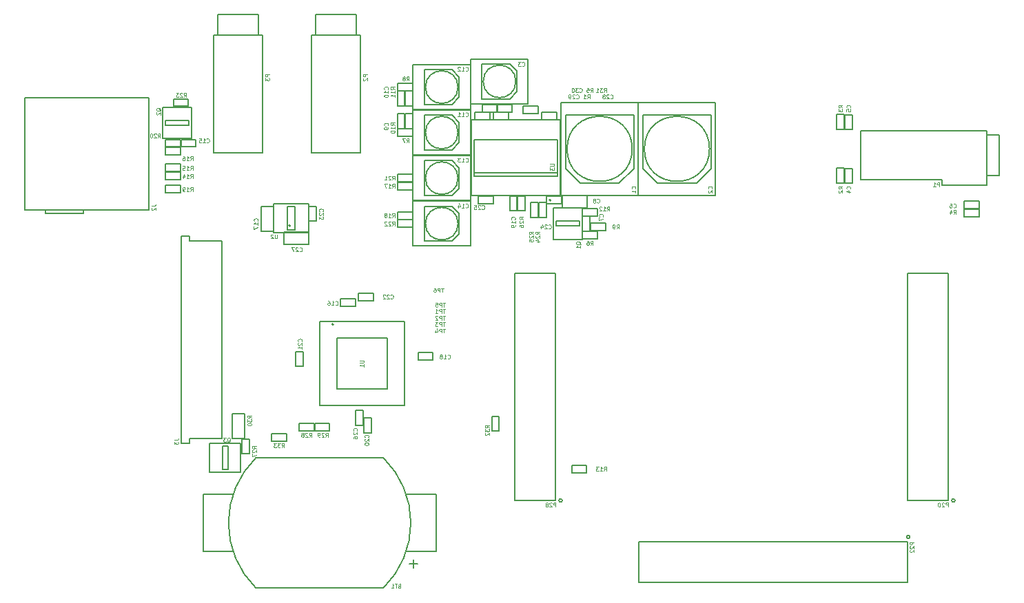
<source format=gbo>
%FSLAX34Y34*%
G04 Gerber Fmt 3.4, Leading zero omitted, Abs format*
G04 (created by PCBNEW (2014-03-01 BZR 4730)-product) date Monday, May 12, 2014 'PMt' 11:38:01 PM*
%MOIN*%
G01*
G70*
G90*
G04 APERTURE LIST*
%ADD10C,0.006000*%
%ADD11C,0.005906*%
%ADD12C,0.004921*%
G04 APERTURE END LIST*
G54D10*
X68921Y-61909D02*
G75*
G03X68921Y-61909I-78J0D01*
G74*
G01*
X66637Y-61897D02*
X68606Y-61897D01*
X68606Y-61897D02*
X68606Y-50897D01*
X68606Y-50897D02*
X66637Y-50897D01*
X66637Y-50897D02*
X66637Y-61897D01*
X66736Y-63677D02*
G75*
G03X66736Y-63677I-78J0D01*
G74*
G01*
X66622Y-65881D02*
X66622Y-63913D01*
X66622Y-63913D02*
X53622Y-63913D01*
X53622Y-63913D02*
X53622Y-65881D01*
X53622Y-65881D02*
X66622Y-65881D01*
X49921Y-61909D02*
G75*
G03X49921Y-61909I-78J0D01*
G74*
G01*
X47637Y-61897D02*
X49606Y-61897D01*
X49606Y-61897D02*
X49606Y-50897D01*
X49606Y-50897D02*
X47637Y-50897D01*
X47637Y-50897D02*
X47637Y-61897D01*
G54D11*
X38858Y-53385D02*
G75*
G03X38858Y-53385I-39J0D01*
G74*
G01*
X38188Y-53228D02*
X42283Y-53228D01*
X42283Y-53228D02*
X42283Y-57322D01*
X42283Y-57322D02*
X38188Y-57322D01*
X38188Y-57322D02*
X38188Y-53228D01*
X39015Y-54055D02*
X41456Y-54055D01*
X41456Y-54055D02*
X41456Y-56496D01*
X41456Y-56496D02*
X39015Y-56496D01*
X39015Y-56496D02*
X39015Y-54055D01*
G54D10*
X63960Y-45823D02*
X63598Y-45823D01*
X63598Y-45823D02*
X63598Y-46539D01*
X63598Y-46539D02*
X63960Y-46539D01*
X63960Y-46539D02*
X63960Y-45823D01*
X63960Y-43224D02*
X63598Y-43224D01*
X63598Y-43224D02*
X63598Y-43940D01*
X63598Y-43940D02*
X63960Y-43940D01*
X63960Y-43940D02*
X63960Y-43224D01*
X69366Y-47417D02*
X69366Y-47779D01*
X69366Y-47779D02*
X70082Y-47779D01*
X70082Y-47779D02*
X70082Y-47417D01*
X70082Y-47417D02*
X69366Y-47417D01*
X50901Y-48861D02*
X51263Y-48861D01*
X51263Y-48861D02*
X51263Y-48145D01*
X51263Y-48145D02*
X50901Y-48145D01*
X50901Y-48145D02*
X50901Y-48861D01*
X41944Y-43901D02*
X42306Y-43901D01*
X42306Y-43901D02*
X42306Y-43185D01*
X42306Y-43185D02*
X41944Y-43185D01*
X41944Y-43185D02*
X41944Y-43901D01*
X41944Y-42798D02*
X42306Y-42798D01*
X42306Y-42798D02*
X42306Y-42082D01*
X42306Y-42082D02*
X41944Y-42082D01*
X41944Y-42082D02*
X41944Y-42798D01*
X32208Y-44787D02*
X32208Y-44425D01*
X32208Y-44425D02*
X31492Y-44425D01*
X31492Y-44425D02*
X31492Y-44787D01*
X31492Y-44787D02*
X32208Y-44787D01*
X39208Y-52141D02*
X39208Y-52503D01*
X39208Y-52503D02*
X39924Y-52503D01*
X39924Y-52503D02*
X39924Y-52141D01*
X39924Y-52141D02*
X39208Y-52141D01*
X43665Y-55102D02*
X43665Y-54740D01*
X43665Y-54740D02*
X42949Y-54740D01*
X42949Y-54740D02*
X42949Y-55102D01*
X42949Y-55102D02*
X43665Y-55102D01*
X47378Y-47877D02*
X47740Y-47877D01*
X47740Y-47877D02*
X47740Y-47161D01*
X47740Y-47161D02*
X47378Y-47161D01*
X47378Y-47161D02*
X47378Y-47877D01*
X40330Y-58625D02*
X40692Y-58625D01*
X40692Y-58625D02*
X40692Y-57909D01*
X40692Y-57909D02*
X40330Y-57909D01*
X40330Y-57909D02*
X40330Y-58625D01*
X37405Y-54701D02*
X37043Y-54701D01*
X37043Y-54701D02*
X37043Y-55417D01*
X37043Y-55417D02*
X37405Y-55417D01*
X37405Y-55417D02*
X37405Y-54701D01*
X40791Y-52228D02*
X40791Y-51866D01*
X40791Y-51866D02*
X40075Y-51866D01*
X40075Y-51866D02*
X40075Y-52228D01*
X40075Y-52228D02*
X40791Y-52228D01*
X49169Y-47161D02*
X49169Y-47523D01*
X49169Y-47523D02*
X49885Y-47523D01*
X49885Y-47523D02*
X49885Y-47161D01*
X49885Y-47161D02*
X49169Y-47161D01*
X46578Y-47523D02*
X46578Y-47161D01*
X46578Y-47161D02*
X45862Y-47161D01*
X45862Y-47161D02*
X45862Y-47523D01*
X45862Y-47523D02*
X46578Y-47523D01*
X39937Y-58271D02*
X40299Y-58271D01*
X40299Y-58271D02*
X40299Y-57555D01*
X40299Y-57555D02*
X39937Y-57555D01*
X39937Y-57555D02*
X39937Y-58271D01*
X48933Y-43106D02*
X48933Y-43468D01*
X48933Y-43468D02*
X49649Y-43468D01*
X49649Y-43468D02*
X49649Y-43106D01*
X49649Y-43106D02*
X48933Y-43106D01*
X45704Y-43106D02*
X45704Y-43468D01*
X45704Y-43468D02*
X46420Y-43468D01*
X46420Y-43468D02*
X46420Y-43106D01*
X46420Y-43106D02*
X45704Y-43106D01*
X46608Y-43106D02*
X46608Y-43468D01*
X46608Y-43468D02*
X47328Y-43468D01*
X47328Y-43468D02*
X47328Y-43106D01*
X47328Y-43106D02*
X46608Y-43106D01*
X63566Y-45821D02*
X63204Y-45821D01*
X63204Y-45821D02*
X63204Y-46541D01*
X63204Y-46541D02*
X63566Y-46541D01*
X63566Y-46541D02*
X63566Y-45821D01*
X63566Y-43222D02*
X63204Y-43222D01*
X63204Y-43222D02*
X63204Y-43942D01*
X63204Y-43942D02*
X63566Y-43942D01*
X63566Y-43942D02*
X63566Y-43222D01*
X69364Y-47811D02*
X69364Y-48173D01*
X69364Y-48173D02*
X70084Y-48173D01*
X70084Y-48173D02*
X70084Y-47811D01*
X70084Y-47811D02*
X69364Y-47811D01*
X47505Y-43094D02*
X47505Y-42732D01*
X47505Y-42732D02*
X46785Y-42732D01*
X46785Y-42732D02*
X46785Y-43094D01*
X46785Y-43094D02*
X47505Y-43094D01*
X51619Y-49236D02*
X51619Y-48874D01*
X51619Y-48874D02*
X50899Y-48874D01*
X50899Y-48874D02*
X50899Y-49236D01*
X50899Y-49236D02*
X51619Y-49236D01*
X41962Y-43913D02*
X41962Y-44275D01*
X41962Y-44275D02*
X42682Y-44275D01*
X42682Y-44275D02*
X42682Y-43913D01*
X42682Y-43913D02*
X41962Y-43913D01*
X41962Y-41708D02*
X41962Y-42070D01*
X41962Y-42070D02*
X42682Y-42070D01*
X42682Y-42070D02*
X42682Y-41708D01*
X42682Y-41708D02*
X41962Y-41708D01*
X51293Y-48480D02*
X51293Y-48842D01*
X51293Y-48842D02*
X52013Y-48842D01*
X52013Y-48842D02*
X52013Y-48480D01*
X52013Y-48480D02*
X51293Y-48480D01*
X42338Y-43903D02*
X42700Y-43903D01*
X42700Y-43903D02*
X42700Y-43183D01*
X42700Y-43183D02*
X42338Y-43183D01*
X42338Y-43183D02*
X42338Y-43903D01*
X42338Y-42800D02*
X42700Y-42800D01*
X42700Y-42800D02*
X42700Y-42080D01*
X42700Y-42080D02*
X42338Y-42080D01*
X42338Y-42080D02*
X42338Y-42800D01*
X51619Y-48133D02*
X51619Y-47771D01*
X51619Y-47771D02*
X50899Y-47771D01*
X50899Y-47771D02*
X50899Y-48133D01*
X50899Y-48133D02*
X51619Y-48133D01*
X50388Y-60212D02*
X50388Y-60574D01*
X50388Y-60574D02*
X51108Y-60574D01*
X51108Y-60574D02*
X51108Y-60212D01*
X51108Y-60212D02*
X50388Y-60212D01*
X30742Y-46000D02*
X30742Y-46362D01*
X30742Y-46362D02*
X31462Y-46362D01*
X31462Y-46362D02*
X31462Y-46000D01*
X31462Y-46000D02*
X30742Y-46000D01*
X30742Y-45606D02*
X30742Y-45968D01*
X30742Y-45968D02*
X31462Y-45968D01*
X31462Y-45968D02*
X31462Y-45606D01*
X31462Y-45606D02*
X30742Y-45606D01*
X30742Y-44819D02*
X30742Y-45181D01*
X30742Y-45181D02*
X31462Y-45181D01*
X31462Y-45181D02*
X31462Y-44819D01*
X31462Y-44819D02*
X30742Y-44819D01*
X42682Y-46873D02*
X42682Y-46511D01*
X42682Y-46511D02*
X41962Y-46511D01*
X41962Y-46511D02*
X41962Y-46873D01*
X41962Y-46873D02*
X42682Y-46873D01*
X41962Y-47929D02*
X41962Y-48291D01*
X41962Y-48291D02*
X42682Y-48291D01*
X42682Y-48291D02*
X42682Y-47929D01*
X42682Y-47929D02*
X41962Y-47929D01*
X30742Y-46630D02*
X30742Y-46992D01*
X30742Y-46992D02*
X31462Y-46992D01*
X31462Y-46992D02*
X31462Y-46630D01*
X31462Y-46630D02*
X30742Y-46630D01*
X30742Y-44425D02*
X30742Y-44787D01*
X30742Y-44787D02*
X31462Y-44787D01*
X31462Y-44787D02*
X31462Y-44425D01*
X31462Y-44425D02*
X30742Y-44425D01*
X42682Y-46480D02*
X42682Y-46118D01*
X42682Y-46118D02*
X41962Y-46118D01*
X41962Y-46118D02*
X41962Y-46480D01*
X41962Y-46480D02*
X42682Y-46480D01*
X42682Y-48684D02*
X42682Y-48322D01*
X42682Y-48322D02*
X41962Y-48322D01*
X41962Y-48322D02*
X41962Y-48684D01*
X41962Y-48684D02*
X42682Y-48684D01*
X31116Y-42456D02*
X31116Y-42818D01*
X31116Y-42818D02*
X31836Y-42818D01*
X31836Y-42818D02*
X31836Y-42456D01*
X31836Y-42456D02*
X31116Y-42456D01*
X48795Y-48194D02*
X49157Y-48194D01*
X49157Y-48194D02*
X49157Y-47474D01*
X49157Y-47474D02*
X48795Y-47474D01*
X48795Y-47474D02*
X48795Y-48194D01*
X48401Y-48194D02*
X48763Y-48194D01*
X48763Y-48194D02*
X48763Y-47474D01*
X48763Y-47474D02*
X48401Y-47474D01*
X48401Y-47474D02*
X48401Y-48194D01*
X47771Y-47879D02*
X48133Y-47879D01*
X48133Y-47879D02*
X48133Y-47159D01*
X48133Y-47159D02*
X47771Y-47159D01*
X47771Y-47159D02*
X47771Y-47879D01*
X34787Y-58931D02*
X34425Y-58931D01*
X34425Y-58931D02*
X34425Y-59651D01*
X34425Y-59651D02*
X34787Y-59651D01*
X34787Y-59651D02*
X34787Y-58931D01*
X37919Y-58527D02*
X37919Y-58165D01*
X37919Y-58165D02*
X37199Y-58165D01*
X37199Y-58165D02*
X37199Y-58527D01*
X37199Y-58527D02*
X37919Y-58527D01*
X37947Y-58165D02*
X37947Y-58527D01*
X37947Y-58527D02*
X38667Y-58527D01*
X38667Y-58527D02*
X38667Y-58165D01*
X38667Y-58165D02*
X37947Y-58165D01*
X48025Y-42811D02*
X48025Y-43173D01*
X48025Y-43173D02*
X48745Y-43173D01*
X48745Y-43173D02*
X48745Y-42811D01*
X48745Y-42811D02*
X48025Y-42811D01*
X49379Y-47362D02*
G75*
G03X49379Y-47362I-39J0D01*
G74*
G01*
X49685Y-46023D02*
X45669Y-46023D01*
X49842Y-47155D02*
X49842Y-43473D01*
X49842Y-43473D02*
X45512Y-43473D01*
X45512Y-43473D02*
X45512Y-47155D01*
X45512Y-47155D02*
X49842Y-47155D01*
X49685Y-46200D02*
X49685Y-44428D01*
X49685Y-44428D02*
X45669Y-44428D01*
X45669Y-44428D02*
X45669Y-46200D01*
X45669Y-46200D02*
X49685Y-46200D01*
X56417Y-46535D02*
X54527Y-46535D01*
X57126Y-43227D02*
X57126Y-45826D01*
X53818Y-45826D02*
X53818Y-43227D01*
X54527Y-46535D02*
X53818Y-45826D01*
X56417Y-46535D02*
X57126Y-45826D01*
X53818Y-43227D02*
X57126Y-43227D01*
X57047Y-44881D02*
G75*
G03X57047Y-44881I-1575J0D01*
G74*
G01*
X57342Y-47135D02*
X57342Y-42627D01*
X57342Y-42627D02*
X53602Y-42627D01*
X53602Y-42627D02*
X53602Y-47135D01*
X53602Y-47135D02*
X57342Y-47135D01*
X52677Y-46535D02*
X50787Y-46535D01*
X53386Y-43227D02*
X53386Y-45826D01*
X50078Y-45826D02*
X50078Y-43227D01*
X50787Y-46535D02*
X50078Y-45826D01*
X52677Y-46535D02*
X53386Y-45826D01*
X50078Y-43227D02*
X53386Y-43227D01*
X53307Y-44881D02*
G75*
G03X53307Y-44881I-1575J0D01*
G74*
G01*
X53602Y-47135D02*
X53602Y-42627D01*
X53602Y-42627D02*
X49862Y-42627D01*
X49862Y-42627D02*
X49862Y-47135D01*
X49862Y-47135D02*
X53602Y-47135D01*
X31496Y-59153D02*
X31496Y-49114D01*
X31496Y-59153D02*
X31889Y-59153D01*
X31889Y-59153D02*
X31889Y-58917D01*
X31889Y-58917D02*
X33464Y-58917D01*
X31496Y-49114D02*
X31889Y-49114D01*
X31889Y-49114D02*
X31889Y-49350D01*
X31889Y-49350D02*
X33464Y-49350D01*
X33464Y-58917D02*
X33464Y-49350D01*
X64370Y-46377D02*
X68307Y-46377D01*
X68307Y-46377D02*
X68307Y-46653D01*
X68307Y-46653D02*
X70472Y-46653D01*
X64370Y-44015D02*
X64370Y-46377D01*
X70472Y-44015D02*
X64370Y-44015D01*
X70472Y-44015D02*
X70472Y-46653D01*
X70472Y-44212D02*
X71062Y-44212D01*
X71062Y-44212D02*
X71062Y-46181D01*
X71062Y-46181D02*
X70472Y-46181D01*
X42913Y-64960D02*
X42519Y-64960D01*
X42716Y-64763D02*
X42716Y-65157D01*
X41273Y-59841D02*
G75*
G02X41274Y-66141I-3084J-3151D01*
G74*
G01*
X35104Y-66143D02*
G75*
G02X35103Y-59842I3084J3151D01*
G74*
G01*
X41274Y-66141D02*
X35103Y-66141D01*
X41274Y-59842D02*
X35103Y-59842D01*
X34000Y-61614D02*
X32559Y-61614D01*
X32559Y-61614D02*
X32559Y-64370D01*
X32559Y-64370D02*
X34000Y-64370D01*
X42377Y-61614D02*
X43818Y-61614D01*
X43818Y-61614D02*
X43818Y-64370D01*
X43818Y-64370D02*
X42377Y-64370D01*
X50885Y-49261D02*
X50885Y-47746D01*
X50885Y-47746D02*
X49507Y-47746D01*
X49507Y-47746D02*
X49507Y-49261D01*
X49507Y-49261D02*
X50885Y-49261D01*
X50767Y-48622D02*
X50767Y-48385D01*
X50767Y-48385D02*
X49625Y-48385D01*
X49625Y-48385D02*
X49625Y-48622D01*
X49625Y-48622D02*
X50767Y-48622D01*
X30610Y-42864D02*
X30610Y-44379D01*
X30610Y-44379D02*
X31988Y-44379D01*
X31988Y-44379D02*
X31988Y-42864D01*
X31988Y-42864D02*
X30610Y-42864D01*
X30728Y-43503D02*
X30728Y-43740D01*
X30728Y-43740D02*
X31870Y-43740D01*
X31870Y-43740D02*
X31870Y-43503D01*
X31870Y-43503D02*
X30728Y-43503D01*
X37795Y-39370D02*
X37795Y-45078D01*
X37795Y-45078D02*
X40157Y-45078D01*
X40157Y-45078D02*
X40157Y-39370D01*
X40157Y-39370D02*
X37795Y-39370D01*
X37992Y-39370D02*
X37992Y-38385D01*
X37992Y-38385D02*
X39960Y-38385D01*
X39960Y-38385D02*
X39960Y-39370D01*
X33070Y-39370D02*
X33070Y-45078D01*
X33070Y-45078D02*
X35433Y-45078D01*
X35433Y-45078D02*
X35433Y-39370D01*
X35433Y-39370D02*
X33070Y-39370D01*
X33267Y-39370D02*
X33267Y-38385D01*
X33267Y-38385D02*
X35236Y-38385D01*
X35236Y-38385D02*
X35236Y-39370D01*
X34546Y-58898D02*
X34546Y-57716D01*
X34546Y-57716D02*
X33956Y-57716D01*
X33956Y-57716D02*
X33956Y-58898D01*
X33956Y-58898D02*
X34546Y-58898D01*
X49911Y-47735D02*
X51111Y-47735D01*
X51111Y-47735D02*
X51111Y-47145D01*
X51111Y-47145D02*
X49911Y-47145D01*
X49911Y-47145D02*
X49911Y-47735D01*
X37647Y-48917D02*
X36447Y-48917D01*
X36447Y-48917D02*
X36447Y-49507D01*
X36447Y-49507D02*
X37647Y-49507D01*
X37647Y-49507D02*
X37647Y-48917D01*
X35964Y-48867D02*
X35964Y-47667D01*
X35964Y-47667D02*
X35374Y-47667D01*
X35374Y-47667D02*
X35374Y-48867D01*
X35374Y-48867D02*
X35964Y-48867D01*
X37653Y-48389D02*
X38015Y-48389D01*
X38015Y-48389D02*
X38015Y-47673D01*
X38015Y-47673D02*
X37653Y-47673D01*
X37653Y-47673D02*
X37653Y-48389D01*
X46059Y-42732D02*
X46059Y-43094D01*
X46059Y-43094D02*
X46775Y-43094D01*
X46775Y-43094D02*
X46775Y-42732D01*
X46775Y-42732D02*
X46059Y-42732D01*
X46873Y-57828D02*
X46511Y-57828D01*
X46511Y-57828D02*
X46511Y-58548D01*
X46511Y-58548D02*
X46873Y-58548D01*
X46873Y-58548D02*
X46873Y-57828D01*
X45501Y-42697D02*
X48277Y-42697D01*
X48277Y-42697D02*
X48277Y-40531D01*
X48277Y-40531D02*
X45501Y-40531D01*
X45501Y-40531D02*
X45501Y-42697D01*
X46043Y-40768D02*
X47381Y-40768D01*
X47735Y-42106D02*
X47735Y-41122D01*
X47381Y-42460D02*
X46043Y-42460D01*
X47735Y-42106D02*
X47381Y-42460D01*
X47735Y-41122D02*
X47381Y-40768D01*
X47676Y-41614D02*
G75*
G03X47676Y-41614I-787J0D01*
G74*
G01*
X46043Y-40768D02*
X46043Y-42460D01*
X42706Y-49586D02*
X45482Y-49586D01*
X45482Y-49586D02*
X45482Y-47420D01*
X45482Y-47420D02*
X42706Y-47420D01*
X42706Y-47420D02*
X42706Y-49586D01*
X43248Y-47657D02*
X44586Y-47657D01*
X44940Y-48995D02*
X44940Y-48011D01*
X44586Y-49349D02*
X43248Y-49349D01*
X44940Y-48995D02*
X44586Y-49349D01*
X44940Y-48011D02*
X44586Y-47657D01*
X44881Y-48503D02*
G75*
G03X44881Y-48503I-787J0D01*
G74*
G01*
X43248Y-47657D02*
X43248Y-49349D01*
X42706Y-47382D02*
X45482Y-47382D01*
X45482Y-47382D02*
X45482Y-45216D01*
X45482Y-45216D02*
X42706Y-45216D01*
X42706Y-45216D02*
X42706Y-47382D01*
X43248Y-45453D02*
X44586Y-45453D01*
X44940Y-46791D02*
X44940Y-45807D01*
X44586Y-47145D02*
X43248Y-47145D01*
X44940Y-46791D02*
X44586Y-47145D01*
X44940Y-45807D02*
X44586Y-45453D01*
X44881Y-46299D02*
G75*
G03X44881Y-46299I-787J0D01*
G74*
G01*
X43248Y-45453D02*
X43248Y-47145D01*
X42706Y-42972D02*
X45482Y-42972D01*
X45482Y-42972D02*
X45482Y-40806D01*
X45482Y-40806D02*
X42706Y-40806D01*
X42706Y-40806D02*
X42706Y-42972D01*
X43248Y-41043D02*
X44586Y-41043D01*
X44940Y-42381D02*
X44940Y-41397D01*
X44586Y-42735D02*
X43248Y-42735D01*
X44940Y-42381D02*
X44586Y-42735D01*
X44940Y-41397D02*
X44586Y-41043D01*
X44881Y-41889D02*
G75*
G03X44881Y-41889I-787J0D01*
G74*
G01*
X43248Y-41043D02*
X43248Y-42735D01*
X42706Y-45177D02*
X45482Y-45177D01*
X45482Y-45177D02*
X45482Y-43011D01*
X45482Y-43011D02*
X42706Y-43011D01*
X42706Y-43011D02*
X42706Y-45177D01*
X43248Y-43248D02*
X44586Y-43248D01*
X44940Y-44586D02*
X44940Y-43602D01*
X44586Y-44940D02*
X43248Y-44940D01*
X44940Y-44586D02*
X44586Y-44940D01*
X44940Y-43602D02*
X44586Y-43248D01*
X44881Y-44094D02*
G75*
G03X44881Y-44094I-787J0D01*
G74*
G01*
X43248Y-43248D02*
X43248Y-44940D01*
X34370Y-59153D02*
X32874Y-59153D01*
X32874Y-59153D02*
X32874Y-60531D01*
X32874Y-60531D02*
X34370Y-60531D01*
X34370Y-60531D02*
X34370Y-59153D01*
X33750Y-59271D02*
X33494Y-59271D01*
X33494Y-59271D02*
X33494Y-60413D01*
X33494Y-60413D02*
X33750Y-60413D01*
X33750Y-60413D02*
X33750Y-59271D01*
X36624Y-48799D02*
X36998Y-48799D01*
X36998Y-48799D02*
X36998Y-47657D01*
X36998Y-47657D02*
X36624Y-47657D01*
X36624Y-47657D02*
X36624Y-48799D01*
X36771Y-48602D02*
G75*
G03X36771Y-48602I-39J0D01*
G74*
G01*
X35965Y-48927D02*
X37657Y-48927D01*
X37657Y-48927D02*
X37657Y-47529D01*
X37657Y-47529D02*
X35965Y-47529D01*
X35965Y-47529D02*
X35965Y-48927D01*
X26751Y-47839D02*
X26751Y-48004D01*
X26751Y-48004D02*
X24929Y-48004D01*
X24929Y-48004D02*
X24929Y-47839D01*
X23937Y-47839D02*
X29921Y-47839D01*
X23937Y-42396D02*
X23937Y-47839D01*
X29921Y-42396D02*
X23937Y-42396D01*
X29921Y-47839D02*
X29921Y-42396D01*
X35860Y-58677D02*
X35860Y-59039D01*
X35860Y-59039D02*
X36580Y-59039D01*
X36580Y-59039D02*
X36580Y-58677D01*
X36580Y-58677D02*
X35860Y-58677D01*
G54D12*
X68585Y-62215D02*
X68585Y-62018D01*
X68510Y-62018D01*
X68491Y-62027D01*
X68482Y-62036D01*
X68473Y-62055D01*
X68473Y-62083D01*
X68482Y-62102D01*
X68491Y-62111D01*
X68510Y-62121D01*
X68585Y-62121D01*
X68398Y-62036D02*
X68388Y-62027D01*
X68369Y-62018D01*
X68323Y-62018D01*
X68304Y-62027D01*
X68294Y-62036D01*
X68285Y-62055D01*
X68285Y-62074D01*
X68294Y-62102D01*
X68407Y-62215D01*
X68285Y-62215D01*
X68163Y-62018D02*
X68144Y-62018D01*
X68126Y-62027D01*
X68116Y-62036D01*
X68107Y-62055D01*
X68098Y-62093D01*
X68098Y-62140D01*
X68107Y-62177D01*
X68116Y-62196D01*
X68126Y-62205D01*
X68144Y-62215D01*
X68163Y-62215D01*
X68182Y-62205D01*
X68191Y-62196D01*
X68201Y-62177D01*
X68210Y-62140D01*
X68210Y-62093D01*
X68201Y-62055D01*
X68191Y-62036D01*
X68182Y-62027D01*
X68163Y-62018D01*
X66939Y-63934D02*
X66742Y-63934D01*
X66742Y-64009D01*
X66751Y-64027D01*
X66761Y-64037D01*
X66780Y-64046D01*
X66808Y-64046D01*
X66826Y-64037D01*
X66836Y-64027D01*
X66845Y-64009D01*
X66845Y-63934D01*
X66761Y-64121D02*
X66751Y-64131D01*
X66742Y-64149D01*
X66742Y-64196D01*
X66751Y-64215D01*
X66761Y-64224D01*
X66780Y-64234D01*
X66798Y-64234D01*
X66826Y-64224D01*
X66939Y-64112D01*
X66939Y-64234D01*
X66761Y-64309D02*
X66751Y-64318D01*
X66742Y-64337D01*
X66742Y-64384D01*
X66751Y-64402D01*
X66761Y-64412D01*
X66780Y-64421D01*
X66798Y-64421D01*
X66826Y-64412D01*
X66939Y-64299D01*
X66939Y-64421D01*
X49609Y-62215D02*
X49609Y-62018D01*
X49534Y-62018D01*
X49515Y-62027D01*
X49505Y-62036D01*
X49496Y-62055D01*
X49496Y-62083D01*
X49505Y-62102D01*
X49515Y-62111D01*
X49534Y-62121D01*
X49609Y-62121D01*
X49421Y-62036D02*
X49412Y-62027D01*
X49393Y-62018D01*
X49346Y-62018D01*
X49327Y-62027D01*
X49318Y-62036D01*
X49309Y-62055D01*
X49309Y-62074D01*
X49318Y-62102D01*
X49431Y-62215D01*
X49309Y-62215D01*
X49196Y-62102D02*
X49215Y-62093D01*
X49224Y-62083D01*
X49234Y-62065D01*
X49234Y-62055D01*
X49224Y-62036D01*
X49215Y-62027D01*
X49196Y-62018D01*
X49159Y-62018D01*
X49140Y-62027D01*
X49131Y-62036D01*
X49121Y-62055D01*
X49121Y-62065D01*
X49131Y-62083D01*
X49140Y-62093D01*
X49159Y-62102D01*
X49196Y-62102D01*
X49215Y-62111D01*
X49224Y-62121D01*
X49234Y-62140D01*
X49234Y-62177D01*
X49224Y-62196D01*
X49215Y-62205D01*
X49196Y-62215D01*
X49159Y-62215D01*
X49140Y-62205D01*
X49131Y-62196D01*
X49121Y-62177D01*
X49121Y-62140D01*
X49131Y-62121D01*
X49140Y-62111D01*
X49159Y-62102D01*
X40128Y-55125D02*
X40287Y-55125D01*
X40306Y-55134D01*
X40315Y-55144D01*
X40325Y-55163D01*
X40325Y-55200D01*
X40315Y-55219D01*
X40306Y-55228D01*
X40287Y-55238D01*
X40128Y-55238D01*
X40325Y-55434D02*
X40325Y-55322D01*
X40325Y-55378D02*
X40128Y-55378D01*
X40156Y-55359D01*
X40175Y-55341D01*
X40184Y-55322D01*
X63849Y-46817D02*
X63859Y-46808D01*
X63868Y-46780D01*
X63868Y-46761D01*
X63859Y-46733D01*
X63840Y-46714D01*
X63821Y-46705D01*
X63784Y-46695D01*
X63756Y-46695D01*
X63718Y-46705D01*
X63699Y-46714D01*
X63681Y-46733D01*
X63671Y-46761D01*
X63671Y-46780D01*
X63681Y-46808D01*
X63690Y-46817D01*
X63737Y-46986D02*
X63868Y-46986D01*
X63662Y-46939D02*
X63802Y-46892D01*
X63802Y-47014D01*
X63849Y-42880D02*
X63859Y-42871D01*
X63868Y-42843D01*
X63868Y-42824D01*
X63859Y-42796D01*
X63840Y-42777D01*
X63821Y-42768D01*
X63784Y-42758D01*
X63756Y-42758D01*
X63718Y-42768D01*
X63699Y-42777D01*
X63681Y-42796D01*
X63671Y-42824D01*
X63671Y-42843D01*
X63681Y-42871D01*
X63690Y-42880D01*
X63671Y-43058D02*
X63671Y-42964D01*
X63765Y-42955D01*
X63756Y-42964D01*
X63746Y-42983D01*
X63746Y-43030D01*
X63756Y-43049D01*
X63765Y-43058D01*
X63784Y-43068D01*
X63831Y-43068D01*
X63849Y-43058D01*
X63859Y-43049D01*
X63868Y-43030D01*
X63868Y-42983D01*
X63859Y-42964D01*
X63849Y-42955D01*
X68851Y-47708D02*
X68861Y-47717D01*
X68889Y-47726D01*
X68907Y-47726D01*
X68936Y-47717D01*
X68954Y-47698D01*
X68964Y-47679D01*
X68973Y-47642D01*
X68973Y-47614D01*
X68964Y-47576D01*
X68954Y-47558D01*
X68936Y-47539D01*
X68907Y-47529D01*
X68889Y-47529D01*
X68861Y-47539D01*
X68851Y-47548D01*
X68682Y-47529D02*
X68720Y-47529D01*
X68739Y-47539D01*
X68748Y-47548D01*
X68767Y-47576D01*
X68776Y-47614D01*
X68776Y-47689D01*
X68767Y-47708D01*
X68757Y-47717D01*
X68739Y-47726D01*
X68701Y-47726D01*
X68682Y-47717D01*
X68673Y-47708D01*
X68664Y-47689D01*
X68664Y-47642D01*
X68673Y-47623D01*
X68682Y-47614D01*
X68701Y-47604D01*
X68739Y-47604D01*
X68757Y-47614D01*
X68767Y-47623D01*
X68776Y-47642D01*
X51881Y-48156D02*
X51890Y-48146D01*
X51900Y-48118D01*
X51900Y-48099D01*
X51890Y-48071D01*
X51871Y-48053D01*
X51853Y-48043D01*
X51815Y-48034D01*
X51787Y-48034D01*
X51750Y-48043D01*
X51731Y-48053D01*
X51712Y-48071D01*
X51703Y-48099D01*
X51703Y-48118D01*
X51712Y-48146D01*
X51721Y-48156D01*
X51703Y-48221D02*
X51703Y-48353D01*
X51900Y-48268D01*
X41487Y-43746D02*
X41497Y-43737D01*
X41506Y-43709D01*
X41506Y-43690D01*
X41497Y-43662D01*
X41478Y-43643D01*
X41459Y-43634D01*
X41422Y-43624D01*
X41393Y-43624D01*
X41356Y-43634D01*
X41337Y-43643D01*
X41318Y-43662D01*
X41309Y-43690D01*
X41309Y-43709D01*
X41318Y-43737D01*
X41328Y-43746D01*
X41506Y-43840D02*
X41506Y-43877D01*
X41497Y-43896D01*
X41487Y-43906D01*
X41459Y-43924D01*
X41422Y-43934D01*
X41347Y-43934D01*
X41328Y-43924D01*
X41318Y-43915D01*
X41309Y-43896D01*
X41309Y-43859D01*
X41318Y-43840D01*
X41328Y-43831D01*
X41347Y-43821D01*
X41393Y-43821D01*
X41412Y-43831D01*
X41422Y-43840D01*
X41431Y-43859D01*
X41431Y-43896D01*
X41422Y-43915D01*
X41412Y-43924D01*
X41393Y-43934D01*
X41487Y-41999D02*
X41497Y-41990D01*
X41506Y-41961D01*
X41506Y-41943D01*
X41497Y-41915D01*
X41478Y-41896D01*
X41459Y-41886D01*
X41422Y-41877D01*
X41393Y-41877D01*
X41356Y-41886D01*
X41337Y-41896D01*
X41318Y-41915D01*
X41309Y-41943D01*
X41309Y-41961D01*
X41318Y-41990D01*
X41328Y-41999D01*
X41506Y-42186D02*
X41506Y-42074D01*
X41506Y-42130D02*
X41309Y-42130D01*
X41337Y-42111D01*
X41356Y-42093D01*
X41365Y-42074D01*
X41309Y-42308D02*
X41309Y-42327D01*
X41318Y-42346D01*
X41328Y-42355D01*
X41347Y-42365D01*
X41384Y-42374D01*
X41431Y-42374D01*
X41468Y-42365D01*
X41487Y-42355D01*
X41497Y-42346D01*
X41506Y-42327D01*
X41506Y-42308D01*
X41497Y-42290D01*
X41487Y-42280D01*
X41468Y-42271D01*
X41431Y-42261D01*
X41384Y-42261D01*
X41347Y-42271D01*
X41328Y-42280D01*
X41318Y-42290D01*
X41309Y-42308D01*
X32724Y-44558D02*
X32734Y-44567D01*
X32762Y-44577D01*
X32781Y-44577D01*
X32809Y-44567D01*
X32828Y-44549D01*
X32837Y-44530D01*
X32846Y-44492D01*
X32846Y-44464D01*
X32837Y-44427D01*
X32828Y-44408D01*
X32809Y-44389D01*
X32781Y-44380D01*
X32762Y-44380D01*
X32734Y-44389D01*
X32724Y-44399D01*
X32537Y-44577D02*
X32649Y-44577D01*
X32593Y-44577D02*
X32593Y-44380D01*
X32612Y-44408D01*
X32631Y-44427D01*
X32649Y-44436D01*
X32359Y-44380D02*
X32453Y-44380D01*
X32462Y-44474D01*
X32453Y-44464D01*
X32434Y-44455D01*
X32387Y-44455D01*
X32368Y-44464D01*
X32359Y-44474D01*
X32350Y-44492D01*
X32350Y-44539D01*
X32359Y-44558D01*
X32368Y-44567D01*
X32387Y-44577D01*
X32434Y-44577D01*
X32453Y-44567D01*
X32462Y-44558D01*
X38945Y-52432D02*
X38954Y-52441D01*
X38982Y-52451D01*
X39001Y-52451D01*
X39029Y-52441D01*
X39048Y-52423D01*
X39057Y-52404D01*
X39067Y-52366D01*
X39067Y-52338D01*
X39057Y-52301D01*
X39048Y-52282D01*
X39029Y-52263D01*
X39001Y-52254D01*
X38982Y-52254D01*
X38954Y-52263D01*
X38945Y-52273D01*
X38757Y-52451D02*
X38870Y-52451D01*
X38814Y-52451D02*
X38814Y-52254D01*
X38832Y-52282D01*
X38851Y-52301D01*
X38870Y-52310D01*
X38589Y-52254D02*
X38626Y-52254D01*
X38645Y-52263D01*
X38654Y-52273D01*
X38673Y-52301D01*
X38682Y-52338D01*
X38682Y-52413D01*
X38673Y-52432D01*
X38664Y-52441D01*
X38645Y-52451D01*
X38607Y-52451D01*
X38589Y-52441D01*
X38579Y-52432D01*
X38570Y-52413D01*
X38570Y-52366D01*
X38579Y-52348D01*
X38589Y-52338D01*
X38607Y-52329D01*
X38645Y-52329D01*
X38664Y-52338D01*
X38673Y-52348D01*
X38682Y-52366D01*
X44378Y-55030D02*
X44387Y-55040D01*
X44416Y-55049D01*
X44434Y-55049D01*
X44462Y-55040D01*
X44481Y-55021D01*
X44491Y-55002D01*
X44500Y-54965D01*
X44500Y-54937D01*
X44491Y-54899D01*
X44481Y-54880D01*
X44462Y-54862D01*
X44434Y-54852D01*
X44416Y-54852D01*
X44387Y-54862D01*
X44378Y-54871D01*
X44191Y-55049D02*
X44303Y-55049D01*
X44247Y-55049D02*
X44247Y-54852D01*
X44266Y-54880D01*
X44284Y-54899D01*
X44303Y-54909D01*
X44078Y-54937D02*
X44097Y-54927D01*
X44106Y-54918D01*
X44116Y-54899D01*
X44116Y-54890D01*
X44106Y-54871D01*
X44097Y-54862D01*
X44078Y-54852D01*
X44041Y-54852D01*
X44022Y-54862D01*
X44012Y-54871D01*
X44003Y-54890D01*
X44003Y-54899D01*
X44012Y-54918D01*
X44022Y-54927D01*
X44041Y-54937D01*
X44078Y-54937D01*
X44097Y-54946D01*
X44106Y-54955D01*
X44116Y-54974D01*
X44116Y-55012D01*
X44106Y-55030D01*
X44097Y-55040D01*
X44078Y-55049D01*
X44041Y-55049D01*
X44022Y-55040D01*
X44012Y-55030D01*
X44003Y-55012D01*
X44003Y-54974D01*
X44012Y-54955D01*
X44022Y-54946D01*
X44041Y-54937D01*
X47629Y-48298D02*
X47638Y-48289D01*
X47648Y-48261D01*
X47648Y-48242D01*
X47638Y-48214D01*
X47619Y-48195D01*
X47601Y-48186D01*
X47563Y-48176D01*
X47535Y-48176D01*
X47498Y-48186D01*
X47479Y-48195D01*
X47460Y-48214D01*
X47451Y-48242D01*
X47451Y-48261D01*
X47460Y-48289D01*
X47470Y-48298D01*
X47648Y-48486D02*
X47648Y-48373D01*
X47648Y-48429D02*
X47451Y-48429D01*
X47479Y-48411D01*
X47498Y-48392D01*
X47507Y-48373D01*
X47648Y-48579D02*
X47648Y-48617D01*
X47638Y-48636D01*
X47629Y-48645D01*
X47601Y-48664D01*
X47563Y-48673D01*
X47488Y-48673D01*
X47470Y-48664D01*
X47460Y-48654D01*
X47451Y-48636D01*
X47451Y-48598D01*
X47460Y-48579D01*
X47470Y-48570D01*
X47488Y-48561D01*
X47535Y-48561D01*
X47554Y-48570D01*
X47563Y-48579D01*
X47573Y-48598D01*
X47573Y-48636D01*
X47563Y-48654D01*
X47554Y-48664D01*
X47535Y-48673D01*
X40542Y-58849D02*
X40552Y-58840D01*
X40561Y-58812D01*
X40561Y-58793D01*
X40552Y-58765D01*
X40533Y-58746D01*
X40514Y-58737D01*
X40477Y-58727D01*
X40449Y-58727D01*
X40411Y-58737D01*
X40392Y-58746D01*
X40374Y-58765D01*
X40364Y-58793D01*
X40364Y-58812D01*
X40374Y-58840D01*
X40383Y-58849D01*
X40383Y-58924D02*
X40374Y-58934D01*
X40364Y-58952D01*
X40364Y-58999D01*
X40374Y-59018D01*
X40383Y-59027D01*
X40402Y-59037D01*
X40420Y-59037D01*
X40449Y-59027D01*
X40561Y-58915D01*
X40561Y-59037D01*
X40364Y-59159D02*
X40364Y-59177D01*
X40374Y-59196D01*
X40383Y-59206D01*
X40402Y-59215D01*
X40439Y-59224D01*
X40486Y-59224D01*
X40523Y-59215D01*
X40542Y-59206D01*
X40552Y-59196D01*
X40561Y-59177D01*
X40561Y-59159D01*
X40552Y-59140D01*
X40542Y-59131D01*
X40523Y-59121D01*
X40486Y-59112D01*
X40439Y-59112D01*
X40402Y-59121D01*
X40383Y-59131D01*
X40374Y-59140D01*
X40364Y-59159D01*
X37314Y-54204D02*
X37323Y-54194D01*
X37333Y-54166D01*
X37333Y-54147D01*
X37323Y-54119D01*
X37305Y-54101D01*
X37286Y-54091D01*
X37248Y-54082D01*
X37220Y-54082D01*
X37183Y-54091D01*
X37164Y-54101D01*
X37145Y-54119D01*
X37136Y-54147D01*
X37136Y-54166D01*
X37145Y-54194D01*
X37155Y-54204D01*
X37155Y-54279D02*
X37145Y-54288D01*
X37136Y-54307D01*
X37136Y-54354D01*
X37145Y-54372D01*
X37155Y-54382D01*
X37173Y-54391D01*
X37192Y-54391D01*
X37220Y-54382D01*
X37333Y-54269D01*
X37333Y-54391D01*
X37333Y-54579D02*
X37333Y-54466D01*
X37333Y-54522D02*
X37136Y-54522D01*
X37164Y-54504D01*
X37183Y-54485D01*
X37192Y-54466D01*
X41622Y-52117D02*
X41631Y-52126D01*
X41660Y-52136D01*
X41678Y-52136D01*
X41706Y-52126D01*
X41725Y-52108D01*
X41735Y-52089D01*
X41744Y-52051D01*
X41744Y-52023D01*
X41735Y-51986D01*
X41725Y-51967D01*
X41706Y-51948D01*
X41678Y-51939D01*
X41660Y-51939D01*
X41631Y-51948D01*
X41622Y-51958D01*
X41547Y-51958D02*
X41538Y-51948D01*
X41519Y-51939D01*
X41472Y-51939D01*
X41453Y-51948D01*
X41444Y-51958D01*
X41435Y-51976D01*
X41435Y-51995D01*
X41444Y-52023D01*
X41556Y-52136D01*
X41435Y-52136D01*
X41360Y-51958D02*
X41350Y-51948D01*
X41332Y-51939D01*
X41285Y-51939D01*
X41266Y-51948D01*
X41257Y-51958D01*
X41247Y-51976D01*
X41247Y-51995D01*
X41257Y-52023D01*
X41369Y-52136D01*
X41247Y-52136D01*
X49260Y-48731D02*
X49269Y-48741D01*
X49297Y-48750D01*
X49316Y-48750D01*
X49344Y-48741D01*
X49363Y-48722D01*
X49372Y-48703D01*
X49382Y-48666D01*
X49382Y-48637D01*
X49372Y-48600D01*
X49363Y-48581D01*
X49344Y-48562D01*
X49316Y-48553D01*
X49297Y-48553D01*
X49269Y-48562D01*
X49260Y-48572D01*
X49185Y-48572D02*
X49176Y-48562D01*
X49157Y-48553D01*
X49110Y-48553D01*
X49091Y-48562D01*
X49082Y-48572D01*
X49072Y-48591D01*
X49072Y-48609D01*
X49082Y-48637D01*
X49194Y-48750D01*
X49072Y-48750D01*
X48904Y-48619D02*
X48904Y-48750D01*
X48951Y-48544D02*
X48997Y-48684D01*
X48876Y-48684D01*
X46032Y-47786D02*
X46041Y-47796D01*
X46069Y-47805D01*
X46088Y-47805D01*
X46116Y-47796D01*
X46135Y-47777D01*
X46144Y-47758D01*
X46153Y-47721D01*
X46153Y-47693D01*
X46144Y-47655D01*
X46135Y-47636D01*
X46116Y-47618D01*
X46088Y-47608D01*
X46069Y-47608D01*
X46041Y-47618D01*
X46032Y-47627D01*
X45957Y-47627D02*
X45947Y-47618D01*
X45928Y-47608D01*
X45882Y-47608D01*
X45863Y-47618D01*
X45853Y-47627D01*
X45844Y-47646D01*
X45844Y-47664D01*
X45853Y-47693D01*
X45966Y-47805D01*
X45844Y-47805D01*
X45666Y-47608D02*
X45760Y-47608D01*
X45769Y-47702D01*
X45760Y-47693D01*
X45741Y-47683D01*
X45694Y-47683D01*
X45675Y-47693D01*
X45666Y-47702D01*
X45657Y-47721D01*
X45657Y-47768D01*
X45666Y-47786D01*
X45675Y-47796D01*
X45694Y-47805D01*
X45741Y-47805D01*
X45760Y-47796D01*
X45769Y-47786D01*
X39991Y-58534D02*
X40000Y-58525D01*
X40010Y-58497D01*
X40010Y-58478D01*
X40000Y-58450D01*
X39982Y-58431D01*
X39963Y-58422D01*
X39925Y-58413D01*
X39897Y-58413D01*
X39860Y-58422D01*
X39841Y-58431D01*
X39822Y-58450D01*
X39813Y-58478D01*
X39813Y-58497D01*
X39822Y-58525D01*
X39832Y-58534D01*
X39832Y-58609D02*
X39822Y-58619D01*
X39813Y-58637D01*
X39813Y-58684D01*
X39822Y-58703D01*
X39832Y-58712D01*
X39850Y-58722D01*
X39869Y-58722D01*
X39897Y-58712D01*
X40010Y-58600D01*
X40010Y-58722D01*
X39813Y-58891D02*
X39813Y-58853D01*
X39822Y-58834D01*
X39832Y-58825D01*
X39860Y-58806D01*
X39897Y-58797D01*
X39972Y-58797D01*
X39991Y-58806D01*
X40000Y-58816D01*
X40010Y-58834D01*
X40010Y-58872D01*
X40000Y-58891D01*
X39991Y-58900D01*
X39972Y-58909D01*
X39925Y-58909D01*
X39907Y-58900D01*
X39897Y-58891D01*
X39888Y-58872D01*
X39888Y-58834D01*
X39897Y-58816D01*
X39907Y-58806D01*
X39925Y-58797D01*
X52252Y-42432D02*
X52261Y-42441D01*
X52290Y-42451D01*
X52308Y-42451D01*
X52336Y-42441D01*
X52355Y-42423D01*
X52365Y-42404D01*
X52374Y-42366D01*
X52374Y-42338D01*
X52365Y-42301D01*
X52355Y-42282D01*
X52336Y-42263D01*
X52308Y-42254D01*
X52290Y-42254D01*
X52261Y-42263D01*
X52252Y-42273D01*
X52177Y-42273D02*
X52168Y-42263D01*
X52149Y-42254D01*
X52102Y-42254D01*
X52083Y-42263D01*
X52074Y-42273D01*
X52065Y-42291D01*
X52065Y-42310D01*
X52074Y-42338D01*
X52186Y-42451D01*
X52065Y-42451D01*
X51952Y-42338D02*
X51971Y-42329D01*
X51980Y-42320D01*
X51990Y-42301D01*
X51990Y-42291D01*
X51980Y-42273D01*
X51971Y-42263D01*
X51952Y-42254D01*
X51915Y-42254D01*
X51896Y-42263D01*
X51886Y-42273D01*
X51877Y-42291D01*
X51877Y-42301D01*
X51886Y-42320D01*
X51896Y-42329D01*
X51915Y-42338D01*
X51952Y-42338D01*
X51971Y-42348D01*
X51980Y-42357D01*
X51990Y-42376D01*
X51990Y-42413D01*
X51980Y-42432D01*
X51971Y-42441D01*
X51952Y-42451D01*
X51915Y-42451D01*
X51896Y-42441D01*
X51886Y-42432D01*
X51877Y-42413D01*
X51877Y-42376D01*
X51886Y-42357D01*
X51896Y-42348D01*
X51915Y-42338D01*
X50598Y-42432D02*
X50608Y-42441D01*
X50636Y-42451D01*
X50655Y-42451D01*
X50683Y-42441D01*
X50702Y-42423D01*
X50711Y-42404D01*
X50720Y-42366D01*
X50720Y-42338D01*
X50711Y-42301D01*
X50702Y-42282D01*
X50683Y-42263D01*
X50655Y-42254D01*
X50636Y-42254D01*
X50608Y-42263D01*
X50598Y-42273D01*
X50523Y-42273D02*
X50514Y-42263D01*
X50495Y-42254D01*
X50449Y-42254D01*
X50430Y-42263D01*
X50420Y-42273D01*
X50411Y-42291D01*
X50411Y-42310D01*
X50420Y-42338D01*
X50533Y-42451D01*
X50411Y-42451D01*
X50317Y-42451D02*
X50280Y-42451D01*
X50261Y-42441D01*
X50252Y-42432D01*
X50233Y-42404D01*
X50224Y-42366D01*
X50224Y-42291D01*
X50233Y-42273D01*
X50242Y-42263D01*
X50261Y-42254D01*
X50299Y-42254D01*
X50317Y-42263D01*
X50327Y-42273D01*
X50336Y-42291D01*
X50336Y-42338D01*
X50327Y-42357D01*
X50317Y-42366D01*
X50299Y-42376D01*
X50261Y-42376D01*
X50242Y-42366D01*
X50233Y-42357D01*
X50224Y-42338D01*
X51135Y-42451D02*
X51200Y-42357D01*
X51247Y-42451D02*
X51247Y-42254D01*
X51172Y-42254D01*
X51153Y-42263D01*
X51144Y-42273D01*
X51135Y-42291D01*
X51135Y-42320D01*
X51144Y-42338D01*
X51153Y-42348D01*
X51172Y-42357D01*
X51247Y-42357D01*
X50947Y-42451D02*
X51060Y-42451D01*
X51003Y-42451D02*
X51003Y-42254D01*
X51022Y-42282D01*
X51041Y-42301D01*
X51060Y-42310D01*
X63474Y-46817D02*
X63381Y-46751D01*
X63474Y-46705D02*
X63278Y-46705D01*
X63278Y-46780D01*
X63287Y-46798D01*
X63296Y-46808D01*
X63315Y-46817D01*
X63343Y-46817D01*
X63362Y-46808D01*
X63371Y-46798D01*
X63381Y-46780D01*
X63381Y-46705D01*
X63296Y-46892D02*
X63287Y-46901D01*
X63278Y-46920D01*
X63278Y-46967D01*
X63287Y-46986D01*
X63296Y-46995D01*
X63315Y-47005D01*
X63334Y-47005D01*
X63362Y-46995D01*
X63474Y-46883D01*
X63474Y-47005D01*
X63474Y-42880D02*
X63381Y-42814D01*
X63474Y-42768D02*
X63278Y-42768D01*
X63278Y-42843D01*
X63287Y-42861D01*
X63296Y-42871D01*
X63315Y-42880D01*
X63343Y-42880D01*
X63362Y-42871D01*
X63371Y-42861D01*
X63381Y-42843D01*
X63381Y-42768D01*
X63278Y-42946D02*
X63278Y-43068D01*
X63353Y-43002D01*
X63353Y-43030D01*
X63362Y-43049D01*
X63371Y-43058D01*
X63390Y-43068D01*
X63437Y-43068D01*
X63456Y-43058D01*
X63465Y-43049D01*
X63474Y-43030D01*
X63474Y-42974D01*
X63465Y-42955D01*
X63456Y-42946D01*
X68851Y-48041D02*
X68917Y-47948D01*
X68964Y-48041D02*
X68964Y-47844D01*
X68889Y-47844D01*
X68870Y-47854D01*
X68861Y-47863D01*
X68851Y-47882D01*
X68851Y-47910D01*
X68861Y-47929D01*
X68870Y-47938D01*
X68889Y-47948D01*
X68964Y-47948D01*
X68682Y-47910D02*
X68682Y-48041D01*
X68729Y-47835D02*
X68776Y-47976D01*
X68654Y-47976D01*
X51292Y-42136D02*
X51358Y-42042D01*
X51405Y-42136D02*
X51405Y-41939D01*
X51330Y-41939D01*
X51311Y-41948D01*
X51302Y-41958D01*
X51292Y-41976D01*
X51292Y-42005D01*
X51302Y-42023D01*
X51311Y-42033D01*
X51330Y-42042D01*
X51405Y-42042D01*
X51114Y-41939D02*
X51208Y-41939D01*
X51217Y-42033D01*
X51208Y-42023D01*
X51189Y-42014D01*
X51142Y-42014D01*
X51123Y-42023D01*
X51114Y-42033D01*
X51105Y-42051D01*
X51105Y-42098D01*
X51114Y-42117D01*
X51123Y-42126D01*
X51142Y-42136D01*
X51189Y-42136D01*
X51208Y-42126D01*
X51217Y-42117D01*
X51292Y-49537D02*
X51358Y-49444D01*
X51405Y-49537D02*
X51405Y-49341D01*
X51330Y-49341D01*
X51311Y-49350D01*
X51302Y-49359D01*
X51292Y-49378D01*
X51292Y-49406D01*
X51302Y-49425D01*
X51311Y-49434D01*
X51330Y-49444D01*
X51405Y-49444D01*
X51123Y-49341D02*
X51161Y-49341D01*
X51180Y-49350D01*
X51189Y-49359D01*
X51208Y-49387D01*
X51217Y-49425D01*
X51217Y-49500D01*
X51208Y-49519D01*
X51198Y-49528D01*
X51180Y-49537D01*
X51142Y-49537D01*
X51123Y-49528D01*
X51114Y-49519D01*
X51105Y-49500D01*
X51105Y-49453D01*
X51114Y-49434D01*
X51123Y-49425D01*
X51142Y-49416D01*
X51180Y-49416D01*
X51198Y-49425D01*
X51208Y-49434D01*
X51217Y-49453D01*
X42395Y-44577D02*
X42460Y-44483D01*
X42507Y-44577D02*
X42507Y-44380D01*
X42432Y-44380D01*
X42413Y-44389D01*
X42404Y-44399D01*
X42395Y-44417D01*
X42395Y-44446D01*
X42404Y-44464D01*
X42413Y-44474D01*
X42432Y-44483D01*
X42507Y-44483D01*
X42329Y-44380D02*
X42198Y-44380D01*
X42282Y-44577D01*
X42395Y-41585D02*
X42460Y-41491D01*
X42507Y-41585D02*
X42507Y-41388D01*
X42432Y-41388D01*
X42413Y-41397D01*
X42404Y-41407D01*
X42395Y-41425D01*
X42395Y-41453D01*
X42404Y-41472D01*
X42413Y-41482D01*
X42432Y-41491D01*
X42507Y-41491D01*
X42282Y-41472D02*
X42301Y-41463D01*
X42310Y-41453D01*
X42320Y-41435D01*
X42320Y-41425D01*
X42310Y-41407D01*
X42301Y-41397D01*
X42282Y-41388D01*
X42245Y-41388D01*
X42226Y-41397D01*
X42216Y-41407D01*
X42207Y-41425D01*
X42207Y-41435D01*
X42216Y-41453D01*
X42226Y-41463D01*
X42245Y-41472D01*
X42282Y-41472D01*
X42301Y-41482D01*
X42310Y-41491D01*
X42320Y-41510D01*
X42320Y-41547D01*
X42310Y-41566D01*
X42301Y-41575D01*
X42282Y-41585D01*
X42245Y-41585D01*
X42226Y-41575D01*
X42216Y-41566D01*
X42207Y-41547D01*
X42207Y-41510D01*
X42216Y-41491D01*
X42226Y-41482D01*
X42245Y-41472D01*
X52552Y-48750D02*
X52618Y-48656D01*
X52664Y-48750D02*
X52664Y-48553D01*
X52589Y-48553D01*
X52571Y-48562D01*
X52561Y-48572D01*
X52552Y-48591D01*
X52552Y-48619D01*
X52561Y-48637D01*
X52571Y-48647D01*
X52589Y-48656D01*
X52664Y-48656D01*
X52458Y-48750D02*
X52421Y-48750D01*
X52402Y-48741D01*
X52393Y-48731D01*
X52374Y-48703D01*
X52365Y-48666D01*
X52365Y-48591D01*
X52374Y-48572D01*
X52383Y-48562D01*
X52402Y-48553D01*
X52440Y-48553D01*
X52458Y-48562D01*
X52468Y-48572D01*
X52477Y-48591D01*
X52477Y-48637D01*
X52468Y-48656D01*
X52458Y-48666D01*
X52440Y-48675D01*
X52402Y-48675D01*
X52383Y-48666D01*
X52374Y-48656D01*
X52365Y-48637D01*
X41821Y-43731D02*
X41727Y-43666D01*
X41821Y-43619D02*
X41624Y-43619D01*
X41624Y-43694D01*
X41633Y-43712D01*
X41643Y-43722D01*
X41661Y-43731D01*
X41690Y-43731D01*
X41708Y-43722D01*
X41718Y-43712D01*
X41727Y-43694D01*
X41727Y-43619D01*
X41821Y-43919D02*
X41821Y-43806D01*
X41821Y-43862D02*
X41624Y-43862D01*
X41652Y-43844D01*
X41671Y-43825D01*
X41680Y-43806D01*
X41624Y-44041D02*
X41624Y-44059D01*
X41633Y-44078D01*
X41643Y-44087D01*
X41661Y-44097D01*
X41699Y-44106D01*
X41746Y-44106D01*
X41783Y-44097D01*
X41802Y-44087D01*
X41811Y-44078D01*
X41821Y-44059D01*
X41821Y-44041D01*
X41811Y-44022D01*
X41802Y-44012D01*
X41783Y-44003D01*
X41746Y-43994D01*
X41699Y-43994D01*
X41661Y-44003D01*
X41643Y-44012D01*
X41633Y-44022D01*
X41624Y-44041D01*
X41821Y-41999D02*
X41727Y-41933D01*
X41821Y-41886D02*
X41624Y-41886D01*
X41624Y-41961D01*
X41633Y-41980D01*
X41643Y-41990D01*
X41661Y-41999D01*
X41690Y-41999D01*
X41708Y-41990D01*
X41718Y-41980D01*
X41727Y-41961D01*
X41727Y-41886D01*
X41821Y-42186D02*
X41821Y-42074D01*
X41821Y-42130D02*
X41624Y-42130D01*
X41652Y-42111D01*
X41671Y-42093D01*
X41680Y-42074D01*
X41821Y-42374D02*
X41821Y-42261D01*
X41821Y-42318D02*
X41624Y-42318D01*
X41652Y-42299D01*
X41671Y-42280D01*
X41680Y-42261D01*
X52095Y-47884D02*
X52160Y-47790D01*
X52207Y-47884D02*
X52207Y-47687D01*
X52132Y-47687D01*
X52113Y-47696D01*
X52104Y-47706D01*
X52095Y-47724D01*
X52095Y-47753D01*
X52104Y-47771D01*
X52113Y-47781D01*
X52132Y-47790D01*
X52207Y-47790D01*
X51907Y-47884D02*
X52020Y-47884D01*
X51963Y-47884D02*
X51963Y-47687D01*
X51982Y-47715D01*
X52001Y-47734D01*
X52020Y-47743D01*
X51832Y-47706D02*
X51823Y-47696D01*
X51804Y-47687D01*
X51757Y-47687D01*
X51738Y-47696D01*
X51729Y-47706D01*
X51720Y-47724D01*
X51720Y-47743D01*
X51729Y-47771D01*
X51841Y-47884D01*
X51720Y-47884D01*
X51937Y-60482D02*
X52003Y-60389D01*
X52050Y-60482D02*
X52050Y-60285D01*
X51975Y-60285D01*
X51956Y-60295D01*
X51946Y-60304D01*
X51937Y-60323D01*
X51937Y-60351D01*
X51946Y-60370D01*
X51956Y-60379D01*
X51975Y-60389D01*
X52050Y-60389D01*
X51750Y-60482D02*
X51862Y-60482D01*
X51806Y-60482D02*
X51806Y-60285D01*
X51825Y-60314D01*
X51843Y-60332D01*
X51862Y-60342D01*
X51684Y-60285D02*
X51562Y-60285D01*
X51628Y-60360D01*
X51600Y-60360D01*
X51581Y-60370D01*
X51571Y-60379D01*
X51562Y-60398D01*
X51562Y-60445D01*
X51571Y-60464D01*
X51581Y-60473D01*
X51600Y-60482D01*
X51656Y-60482D01*
X51675Y-60473D01*
X51684Y-60464D01*
X31937Y-46309D02*
X32003Y-46215D01*
X32050Y-46309D02*
X32050Y-46112D01*
X31975Y-46112D01*
X31956Y-46122D01*
X31946Y-46131D01*
X31937Y-46150D01*
X31937Y-46178D01*
X31946Y-46197D01*
X31956Y-46206D01*
X31975Y-46215D01*
X32050Y-46215D01*
X31750Y-46309D02*
X31862Y-46309D01*
X31806Y-46309D02*
X31806Y-46112D01*
X31825Y-46140D01*
X31843Y-46159D01*
X31862Y-46168D01*
X31581Y-46178D02*
X31581Y-46309D01*
X31628Y-46103D02*
X31675Y-46243D01*
X31553Y-46243D01*
X31937Y-45915D02*
X32003Y-45822D01*
X32050Y-45915D02*
X32050Y-45718D01*
X31975Y-45718D01*
X31956Y-45728D01*
X31946Y-45737D01*
X31937Y-45756D01*
X31937Y-45784D01*
X31946Y-45803D01*
X31956Y-45812D01*
X31975Y-45822D01*
X32050Y-45822D01*
X31750Y-45915D02*
X31862Y-45915D01*
X31806Y-45915D02*
X31806Y-45718D01*
X31825Y-45747D01*
X31843Y-45765D01*
X31862Y-45775D01*
X31571Y-45718D02*
X31665Y-45718D01*
X31675Y-45812D01*
X31665Y-45803D01*
X31646Y-45793D01*
X31600Y-45793D01*
X31581Y-45803D01*
X31571Y-45812D01*
X31562Y-45831D01*
X31562Y-45878D01*
X31571Y-45897D01*
X31581Y-45906D01*
X31600Y-45915D01*
X31646Y-45915D01*
X31665Y-45906D01*
X31675Y-45897D01*
X31937Y-45443D02*
X32003Y-45349D01*
X32050Y-45443D02*
X32050Y-45246D01*
X31975Y-45246D01*
X31956Y-45255D01*
X31946Y-45265D01*
X31937Y-45284D01*
X31937Y-45312D01*
X31946Y-45330D01*
X31956Y-45340D01*
X31975Y-45349D01*
X32050Y-45349D01*
X31750Y-45443D02*
X31862Y-45443D01*
X31806Y-45443D02*
X31806Y-45246D01*
X31825Y-45274D01*
X31843Y-45293D01*
X31862Y-45302D01*
X31581Y-45246D02*
X31618Y-45246D01*
X31637Y-45255D01*
X31646Y-45265D01*
X31665Y-45293D01*
X31675Y-45330D01*
X31675Y-45405D01*
X31665Y-45424D01*
X31656Y-45434D01*
X31637Y-45443D01*
X31600Y-45443D01*
X31581Y-45434D01*
X31571Y-45424D01*
X31562Y-45405D01*
X31562Y-45359D01*
X31571Y-45340D01*
X31581Y-45330D01*
X31600Y-45321D01*
X31637Y-45321D01*
X31656Y-45330D01*
X31665Y-45340D01*
X31675Y-45359D01*
X41701Y-46781D02*
X41766Y-46688D01*
X41813Y-46781D02*
X41813Y-46585D01*
X41738Y-46585D01*
X41720Y-46594D01*
X41710Y-46603D01*
X41701Y-46622D01*
X41701Y-46650D01*
X41710Y-46669D01*
X41720Y-46678D01*
X41738Y-46688D01*
X41813Y-46688D01*
X41513Y-46781D02*
X41626Y-46781D01*
X41570Y-46781D02*
X41570Y-46585D01*
X41588Y-46613D01*
X41607Y-46631D01*
X41626Y-46641D01*
X41448Y-46585D02*
X41317Y-46585D01*
X41401Y-46781D01*
X41701Y-48199D02*
X41766Y-48105D01*
X41813Y-48199D02*
X41813Y-48002D01*
X41738Y-48002D01*
X41720Y-48011D01*
X41710Y-48021D01*
X41701Y-48039D01*
X41701Y-48068D01*
X41710Y-48086D01*
X41720Y-48096D01*
X41738Y-48105D01*
X41813Y-48105D01*
X41513Y-48199D02*
X41626Y-48199D01*
X41570Y-48199D02*
X41570Y-48002D01*
X41588Y-48030D01*
X41607Y-48049D01*
X41626Y-48058D01*
X41401Y-48086D02*
X41420Y-48077D01*
X41429Y-48068D01*
X41438Y-48049D01*
X41438Y-48039D01*
X41429Y-48021D01*
X41420Y-48011D01*
X41401Y-48002D01*
X41363Y-48002D01*
X41345Y-48011D01*
X41335Y-48021D01*
X41326Y-48039D01*
X41326Y-48049D01*
X41335Y-48068D01*
X41345Y-48077D01*
X41363Y-48086D01*
X41401Y-48086D01*
X41420Y-48096D01*
X41429Y-48105D01*
X41438Y-48124D01*
X41438Y-48161D01*
X41429Y-48180D01*
X41420Y-48189D01*
X41401Y-48199D01*
X41363Y-48199D01*
X41345Y-48189D01*
X41335Y-48180D01*
X41326Y-48161D01*
X41326Y-48124D01*
X41335Y-48105D01*
X41345Y-48096D01*
X41363Y-48086D01*
X31937Y-46939D02*
X32003Y-46845D01*
X32050Y-46939D02*
X32050Y-46742D01*
X31975Y-46742D01*
X31956Y-46751D01*
X31946Y-46761D01*
X31937Y-46780D01*
X31937Y-46808D01*
X31946Y-46826D01*
X31956Y-46836D01*
X31975Y-46845D01*
X32050Y-46845D01*
X31750Y-46939D02*
X31862Y-46939D01*
X31806Y-46939D02*
X31806Y-46742D01*
X31825Y-46770D01*
X31843Y-46789D01*
X31862Y-46798D01*
X31656Y-46939D02*
X31618Y-46939D01*
X31600Y-46930D01*
X31590Y-46920D01*
X31571Y-46892D01*
X31562Y-46855D01*
X31562Y-46780D01*
X31571Y-46761D01*
X31581Y-46751D01*
X31600Y-46742D01*
X31637Y-46742D01*
X31656Y-46751D01*
X31665Y-46761D01*
X31675Y-46780D01*
X31675Y-46826D01*
X31665Y-46845D01*
X31656Y-46855D01*
X31637Y-46864D01*
X31600Y-46864D01*
X31581Y-46855D01*
X31571Y-46845D01*
X31562Y-46826D01*
X30362Y-44341D02*
X30428Y-44247D01*
X30475Y-44341D02*
X30475Y-44144D01*
X30400Y-44144D01*
X30381Y-44153D01*
X30372Y-44162D01*
X30362Y-44181D01*
X30362Y-44209D01*
X30372Y-44228D01*
X30381Y-44237D01*
X30400Y-44247D01*
X30475Y-44247D01*
X30287Y-44162D02*
X30278Y-44153D01*
X30259Y-44144D01*
X30212Y-44144D01*
X30194Y-44153D01*
X30184Y-44162D01*
X30175Y-44181D01*
X30175Y-44200D01*
X30184Y-44228D01*
X30297Y-44341D01*
X30175Y-44341D01*
X30053Y-44144D02*
X30034Y-44144D01*
X30015Y-44153D01*
X30006Y-44162D01*
X29997Y-44181D01*
X29987Y-44219D01*
X29987Y-44266D01*
X29997Y-44303D01*
X30006Y-44322D01*
X30015Y-44331D01*
X30034Y-44341D01*
X30053Y-44341D01*
X30072Y-44331D01*
X30081Y-44322D01*
X30090Y-44303D01*
X30100Y-44266D01*
X30100Y-44219D01*
X30090Y-44181D01*
X30081Y-44162D01*
X30072Y-44153D01*
X30053Y-44144D01*
X41701Y-46388D02*
X41766Y-46294D01*
X41813Y-46388D02*
X41813Y-46191D01*
X41738Y-46191D01*
X41720Y-46200D01*
X41710Y-46210D01*
X41701Y-46228D01*
X41701Y-46257D01*
X41710Y-46275D01*
X41720Y-46285D01*
X41738Y-46294D01*
X41813Y-46294D01*
X41626Y-46210D02*
X41616Y-46200D01*
X41598Y-46191D01*
X41551Y-46191D01*
X41532Y-46200D01*
X41523Y-46210D01*
X41513Y-46228D01*
X41513Y-46247D01*
X41523Y-46275D01*
X41635Y-46388D01*
X41513Y-46388D01*
X41326Y-46388D02*
X41438Y-46388D01*
X41382Y-46388D02*
X41382Y-46191D01*
X41401Y-46219D01*
X41420Y-46238D01*
X41438Y-46247D01*
X41701Y-48592D02*
X41766Y-48499D01*
X41813Y-48592D02*
X41813Y-48396D01*
X41738Y-48396D01*
X41720Y-48405D01*
X41710Y-48414D01*
X41701Y-48433D01*
X41701Y-48461D01*
X41710Y-48480D01*
X41720Y-48489D01*
X41738Y-48499D01*
X41813Y-48499D01*
X41626Y-48414D02*
X41616Y-48405D01*
X41598Y-48396D01*
X41551Y-48396D01*
X41532Y-48405D01*
X41523Y-48414D01*
X41513Y-48433D01*
X41513Y-48452D01*
X41523Y-48480D01*
X41635Y-48592D01*
X41513Y-48592D01*
X41438Y-48414D02*
X41429Y-48405D01*
X41410Y-48396D01*
X41363Y-48396D01*
X41345Y-48405D01*
X41335Y-48414D01*
X41326Y-48433D01*
X41326Y-48452D01*
X41335Y-48480D01*
X41448Y-48592D01*
X41326Y-48592D01*
X31622Y-42372D02*
X31688Y-42278D01*
X31735Y-42372D02*
X31735Y-42175D01*
X31660Y-42175D01*
X31641Y-42185D01*
X31631Y-42194D01*
X31622Y-42213D01*
X31622Y-42241D01*
X31631Y-42260D01*
X31641Y-42269D01*
X31660Y-42278D01*
X31735Y-42278D01*
X31547Y-42194D02*
X31538Y-42185D01*
X31519Y-42175D01*
X31472Y-42175D01*
X31453Y-42185D01*
X31444Y-42194D01*
X31435Y-42213D01*
X31435Y-42231D01*
X31444Y-42260D01*
X31556Y-42372D01*
X31435Y-42372D01*
X31369Y-42175D02*
X31247Y-42175D01*
X31313Y-42250D01*
X31285Y-42250D01*
X31266Y-42260D01*
X31257Y-42269D01*
X31247Y-42288D01*
X31247Y-42335D01*
X31257Y-42353D01*
X31266Y-42363D01*
X31285Y-42372D01*
X31341Y-42372D01*
X31360Y-42363D01*
X31369Y-42353D01*
X48829Y-49007D02*
X48735Y-48941D01*
X48829Y-48894D02*
X48632Y-48894D01*
X48632Y-48969D01*
X48641Y-48988D01*
X48651Y-48997D01*
X48669Y-49007D01*
X48697Y-49007D01*
X48716Y-48997D01*
X48726Y-48988D01*
X48735Y-48969D01*
X48735Y-48894D01*
X48651Y-49082D02*
X48641Y-49091D01*
X48632Y-49110D01*
X48632Y-49157D01*
X48641Y-49176D01*
X48651Y-49185D01*
X48669Y-49194D01*
X48688Y-49194D01*
X48716Y-49185D01*
X48829Y-49072D01*
X48829Y-49194D01*
X48697Y-49363D02*
X48829Y-49363D01*
X48622Y-49316D02*
X48763Y-49269D01*
X48763Y-49391D01*
X48514Y-49007D02*
X48420Y-48941D01*
X48514Y-48894D02*
X48317Y-48894D01*
X48317Y-48969D01*
X48326Y-48988D01*
X48336Y-48997D01*
X48354Y-49007D01*
X48383Y-49007D01*
X48401Y-48997D01*
X48411Y-48988D01*
X48420Y-48969D01*
X48420Y-48894D01*
X48336Y-49082D02*
X48326Y-49091D01*
X48317Y-49110D01*
X48317Y-49157D01*
X48326Y-49176D01*
X48336Y-49185D01*
X48354Y-49194D01*
X48373Y-49194D01*
X48401Y-49185D01*
X48514Y-49072D01*
X48514Y-49194D01*
X48317Y-49372D02*
X48317Y-49279D01*
X48411Y-49269D01*
X48401Y-49279D01*
X48392Y-49297D01*
X48392Y-49344D01*
X48401Y-49363D01*
X48411Y-49372D01*
X48429Y-49382D01*
X48476Y-49382D01*
X48495Y-49372D01*
X48504Y-49363D01*
X48514Y-49344D01*
X48514Y-49297D01*
X48504Y-49279D01*
X48495Y-49269D01*
X48041Y-48298D02*
X47948Y-48233D01*
X48041Y-48186D02*
X47844Y-48186D01*
X47844Y-48261D01*
X47854Y-48279D01*
X47863Y-48289D01*
X47882Y-48298D01*
X47910Y-48298D01*
X47929Y-48289D01*
X47938Y-48279D01*
X47948Y-48261D01*
X47948Y-48186D01*
X47863Y-48373D02*
X47854Y-48383D01*
X47844Y-48401D01*
X47844Y-48448D01*
X47854Y-48467D01*
X47863Y-48476D01*
X47882Y-48486D01*
X47901Y-48486D01*
X47929Y-48476D01*
X48041Y-48364D01*
X48041Y-48486D01*
X47844Y-48654D02*
X47844Y-48617D01*
X47854Y-48598D01*
X47863Y-48589D01*
X47891Y-48570D01*
X47929Y-48561D01*
X48004Y-48561D01*
X48023Y-48570D01*
X48032Y-48579D01*
X48041Y-48598D01*
X48041Y-48636D01*
X48032Y-48654D01*
X48023Y-48664D01*
X48004Y-48673D01*
X47957Y-48673D01*
X47938Y-48664D01*
X47929Y-48654D01*
X47919Y-48636D01*
X47919Y-48598D01*
X47929Y-48579D01*
X47938Y-48570D01*
X47957Y-48561D01*
X35128Y-59401D02*
X35034Y-59335D01*
X35128Y-59288D02*
X34931Y-59288D01*
X34931Y-59363D01*
X34940Y-59382D01*
X34950Y-59391D01*
X34969Y-59401D01*
X34997Y-59401D01*
X35015Y-59391D01*
X35025Y-59382D01*
X35034Y-59363D01*
X35034Y-59288D01*
X34950Y-59476D02*
X34940Y-59485D01*
X34931Y-59504D01*
X34931Y-59550D01*
X34940Y-59569D01*
X34950Y-59579D01*
X34969Y-59588D01*
X34987Y-59588D01*
X35015Y-59579D01*
X35128Y-59466D01*
X35128Y-59588D01*
X34931Y-59654D02*
X34931Y-59785D01*
X35128Y-59700D01*
X37685Y-58829D02*
X37751Y-58735D01*
X37798Y-58829D02*
X37798Y-58632D01*
X37723Y-58632D01*
X37704Y-58641D01*
X37694Y-58651D01*
X37685Y-58669D01*
X37685Y-58697D01*
X37694Y-58716D01*
X37704Y-58726D01*
X37723Y-58735D01*
X37798Y-58735D01*
X37610Y-58651D02*
X37601Y-58641D01*
X37582Y-58632D01*
X37535Y-58632D01*
X37516Y-58641D01*
X37507Y-58651D01*
X37498Y-58669D01*
X37498Y-58688D01*
X37507Y-58716D01*
X37619Y-58829D01*
X37498Y-58829D01*
X37385Y-58716D02*
X37404Y-58707D01*
X37413Y-58697D01*
X37423Y-58679D01*
X37423Y-58669D01*
X37413Y-58651D01*
X37404Y-58641D01*
X37385Y-58632D01*
X37348Y-58632D01*
X37329Y-58641D01*
X37320Y-58651D01*
X37310Y-58669D01*
X37310Y-58679D01*
X37320Y-58697D01*
X37329Y-58707D01*
X37348Y-58716D01*
X37385Y-58716D01*
X37404Y-58726D01*
X37413Y-58735D01*
X37423Y-58754D01*
X37423Y-58791D01*
X37413Y-58810D01*
X37404Y-58819D01*
X37385Y-58829D01*
X37348Y-58829D01*
X37329Y-58819D01*
X37320Y-58810D01*
X37310Y-58791D01*
X37310Y-58754D01*
X37320Y-58735D01*
X37329Y-58726D01*
X37348Y-58716D01*
X38473Y-58829D02*
X38538Y-58735D01*
X38585Y-58829D02*
X38585Y-58632D01*
X38510Y-58632D01*
X38491Y-58641D01*
X38482Y-58651D01*
X38473Y-58669D01*
X38473Y-58697D01*
X38482Y-58716D01*
X38491Y-58726D01*
X38510Y-58735D01*
X38585Y-58735D01*
X38398Y-58651D02*
X38388Y-58641D01*
X38369Y-58632D01*
X38323Y-58632D01*
X38304Y-58641D01*
X38294Y-58651D01*
X38285Y-58669D01*
X38285Y-58688D01*
X38294Y-58716D01*
X38407Y-58829D01*
X38285Y-58829D01*
X38191Y-58829D02*
X38154Y-58829D01*
X38135Y-58819D01*
X38126Y-58810D01*
X38107Y-58782D01*
X38098Y-58744D01*
X38098Y-58669D01*
X38107Y-58651D01*
X38116Y-58641D01*
X38135Y-58632D01*
X38173Y-58632D01*
X38191Y-58641D01*
X38201Y-58651D01*
X38210Y-58669D01*
X38210Y-58716D01*
X38201Y-58735D01*
X38191Y-58744D01*
X38173Y-58754D01*
X38135Y-58754D01*
X38116Y-58744D01*
X38107Y-58735D01*
X38098Y-58716D01*
X51937Y-42136D02*
X52003Y-42042D01*
X52050Y-42136D02*
X52050Y-41939D01*
X51975Y-41939D01*
X51956Y-41948D01*
X51946Y-41958D01*
X51937Y-41976D01*
X51937Y-42005D01*
X51946Y-42023D01*
X51956Y-42033D01*
X51975Y-42042D01*
X52050Y-42042D01*
X51871Y-41939D02*
X51750Y-41939D01*
X51815Y-42014D01*
X51787Y-42014D01*
X51768Y-42023D01*
X51759Y-42033D01*
X51750Y-42051D01*
X51750Y-42098D01*
X51759Y-42117D01*
X51768Y-42126D01*
X51787Y-42136D01*
X51843Y-42136D01*
X51862Y-42126D01*
X51871Y-42117D01*
X51562Y-42136D02*
X51675Y-42136D01*
X51618Y-42136D02*
X51618Y-41939D01*
X51637Y-41967D01*
X51656Y-41986D01*
X51675Y-41995D01*
X49341Y-45598D02*
X49500Y-45598D01*
X49519Y-45607D01*
X49528Y-45616D01*
X49537Y-45635D01*
X49537Y-45673D01*
X49528Y-45691D01*
X49519Y-45701D01*
X49500Y-45710D01*
X49341Y-45710D01*
X49341Y-45785D02*
X49341Y-45907D01*
X49416Y-45841D01*
X49416Y-45869D01*
X49425Y-45888D01*
X49434Y-45898D01*
X49453Y-45907D01*
X49500Y-45907D01*
X49519Y-45898D01*
X49528Y-45888D01*
X49537Y-45869D01*
X49537Y-45813D01*
X49528Y-45794D01*
X49519Y-45785D01*
X57156Y-46817D02*
X57166Y-46808D01*
X57175Y-46780D01*
X57175Y-46761D01*
X57166Y-46733D01*
X57147Y-46714D01*
X57128Y-46705D01*
X57091Y-46695D01*
X57063Y-46695D01*
X57025Y-46705D01*
X57006Y-46714D01*
X56988Y-46733D01*
X56978Y-46761D01*
X56978Y-46780D01*
X56988Y-46808D01*
X56997Y-46817D01*
X56997Y-46892D02*
X56988Y-46901D01*
X56978Y-46920D01*
X56978Y-46967D01*
X56988Y-46986D01*
X56997Y-46995D01*
X57016Y-47005D01*
X57035Y-47005D01*
X57063Y-46995D01*
X57175Y-46883D01*
X57175Y-47005D01*
X53456Y-46817D02*
X53465Y-46808D01*
X53474Y-46780D01*
X53474Y-46761D01*
X53465Y-46733D01*
X53446Y-46714D01*
X53428Y-46705D01*
X53390Y-46695D01*
X53362Y-46695D01*
X53324Y-46705D01*
X53306Y-46714D01*
X53287Y-46733D01*
X53278Y-46761D01*
X53278Y-46780D01*
X53287Y-46808D01*
X53296Y-46817D01*
X53474Y-47005D02*
X53474Y-46892D01*
X53474Y-46948D02*
X53278Y-46948D01*
X53306Y-46930D01*
X53324Y-46911D01*
X53334Y-46892D01*
X31152Y-58989D02*
X31292Y-58989D01*
X31320Y-58980D01*
X31339Y-58961D01*
X31348Y-58933D01*
X31348Y-58914D01*
X31152Y-59064D02*
X31152Y-59186D01*
X31227Y-59120D01*
X31227Y-59148D01*
X31236Y-59167D01*
X31245Y-59176D01*
X31264Y-59186D01*
X31311Y-59186D01*
X31330Y-59176D01*
X31339Y-59167D01*
X31348Y-59148D01*
X31348Y-59092D01*
X31339Y-59073D01*
X31330Y-59064D01*
X68176Y-46703D02*
X68176Y-46506D01*
X68101Y-46506D01*
X68083Y-46515D01*
X68073Y-46525D01*
X68064Y-46543D01*
X68064Y-46571D01*
X68073Y-46590D01*
X68083Y-46600D01*
X68101Y-46609D01*
X68176Y-46609D01*
X67876Y-46703D02*
X67989Y-46703D01*
X67933Y-46703D02*
X67933Y-46506D01*
X67951Y-46534D01*
X67970Y-46553D01*
X67989Y-46562D01*
X42044Y-66048D02*
X42016Y-66058D01*
X42006Y-66067D01*
X41997Y-66086D01*
X41997Y-66114D01*
X42006Y-66133D01*
X42016Y-66142D01*
X42035Y-66152D01*
X42110Y-66152D01*
X42110Y-65955D01*
X42044Y-65955D01*
X42025Y-65964D01*
X42016Y-65973D01*
X42006Y-65992D01*
X42006Y-66011D01*
X42016Y-66030D01*
X42025Y-66039D01*
X42044Y-66048D01*
X42110Y-66048D01*
X41941Y-65955D02*
X41828Y-65955D01*
X41885Y-66152D02*
X41885Y-65955D01*
X41660Y-66152D02*
X41772Y-66152D01*
X41716Y-66152D02*
X41716Y-65955D01*
X41735Y-65983D01*
X41753Y-66002D01*
X41772Y-66011D01*
X50816Y-49508D02*
X50807Y-49490D01*
X50788Y-49471D01*
X50760Y-49443D01*
X50750Y-49424D01*
X50750Y-49405D01*
X50797Y-49415D02*
X50788Y-49396D01*
X50769Y-49377D01*
X50732Y-49368D01*
X50666Y-49368D01*
X50628Y-49377D01*
X50610Y-49396D01*
X50600Y-49415D01*
X50600Y-49452D01*
X50610Y-49471D01*
X50628Y-49490D01*
X50666Y-49499D01*
X50732Y-49499D01*
X50769Y-49490D01*
X50788Y-49471D01*
X50797Y-49452D01*
X50797Y-49415D01*
X50797Y-49686D02*
X50797Y-49574D01*
X50797Y-49630D02*
X50600Y-49630D01*
X50628Y-49611D01*
X50647Y-49593D01*
X50657Y-49574D01*
X30501Y-43052D02*
X30492Y-43033D01*
X30473Y-43014D01*
X30445Y-42986D01*
X30435Y-42967D01*
X30435Y-42949D01*
X30482Y-42958D02*
X30473Y-42939D01*
X30454Y-42920D01*
X30417Y-42911D01*
X30351Y-42911D01*
X30314Y-42920D01*
X30295Y-42939D01*
X30285Y-42958D01*
X30285Y-42995D01*
X30295Y-43014D01*
X30314Y-43033D01*
X30351Y-43042D01*
X30417Y-43042D01*
X30454Y-43033D01*
X30473Y-43014D01*
X30482Y-42995D01*
X30482Y-42958D01*
X30304Y-43117D02*
X30295Y-43127D01*
X30285Y-43145D01*
X30285Y-43192D01*
X30295Y-43211D01*
X30304Y-43220D01*
X30323Y-43230D01*
X30342Y-43230D01*
X30370Y-43220D01*
X30482Y-43108D01*
X30482Y-43230D01*
X40482Y-41272D02*
X40285Y-41272D01*
X40285Y-41347D01*
X40295Y-41365D01*
X40304Y-41375D01*
X40323Y-41384D01*
X40351Y-41384D01*
X40370Y-41375D01*
X40379Y-41365D01*
X40389Y-41347D01*
X40389Y-41272D01*
X40304Y-41459D02*
X40295Y-41468D01*
X40285Y-41487D01*
X40285Y-41534D01*
X40295Y-41553D01*
X40304Y-41562D01*
X40323Y-41571D01*
X40342Y-41571D01*
X40370Y-41562D01*
X40482Y-41450D01*
X40482Y-41571D01*
X35758Y-41272D02*
X35561Y-41272D01*
X35561Y-41347D01*
X35570Y-41365D01*
X35580Y-41375D01*
X35598Y-41384D01*
X35627Y-41384D01*
X35645Y-41375D01*
X35655Y-41365D01*
X35664Y-41347D01*
X35664Y-41272D01*
X35561Y-41450D02*
X35561Y-41571D01*
X35636Y-41506D01*
X35636Y-41534D01*
X35645Y-41553D01*
X35655Y-41562D01*
X35673Y-41571D01*
X35720Y-41571D01*
X35739Y-41562D01*
X35748Y-41553D01*
X35758Y-41534D01*
X35758Y-41478D01*
X35748Y-41459D01*
X35739Y-41450D01*
X34892Y-57904D02*
X34798Y-57839D01*
X34892Y-57792D02*
X34695Y-57792D01*
X34695Y-57867D01*
X34704Y-57886D01*
X34714Y-57895D01*
X34732Y-57904D01*
X34760Y-57904D01*
X34779Y-57895D01*
X34789Y-57886D01*
X34798Y-57867D01*
X34798Y-57792D01*
X34695Y-57970D02*
X34695Y-58092D01*
X34770Y-58026D01*
X34770Y-58054D01*
X34779Y-58073D01*
X34789Y-58083D01*
X34807Y-58092D01*
X34854Y-58092D01*
X34873Y-58083D01*
X34882Y-58073D01*
X34892Y-58054D01*
X34892Y-57998D01*
X34882Y-57979D01*
X34873Y-57970D01*
X34695Y-58214D02*
X34695Y-58233D01*
X34704Y-58251D01*
X34714Y-58261D01*
X34732Y-58270D01*
X34770Y-58279D01*
X34817Y-58279D01*
X34854Y-58270D01*
X34873Y-58261D01*
X34882Y-58251D01*
X34892Y-58233D01*
X34892Y-58214D01*
X34882Y-58195D01*
X34873Y-58186D01*
X34854Y-58176D01*
X34817Y-58167D01*
X34770Y-58167D01*
X34732Y-58176D01*
X34714Y-58186D01*
X34704Y-58195D01*
X34695Y-58214D01*
X51607Y-47471D02*
X51616Y-47481D01*
X51645Y-47490D01*
X51663Y-47490D01*
X51691Y-47481D01*
X51710Y-47462D01*
X51720Y-47443D01*
X51729Y-47406D01*
X51729Y-47378D01*
X51720Y-47340D01*
X51710Y-47321D01*
X51691Y-47303D01*
X51663Y-47293D01*
X51645Y-47293D01*
X51616Y-47303D01*
X51607Y-47312D01*
X51495Y-47378D02*
X51513Y-47368D01*
X51523Y-47359D01*
X51532Y-47340D01*
X51532Y-47331D01*
X51523Y-47312D01*
X51513Y-47303D01*
X51495Y-47293D01*
X51457Y-47293D01*
X51438Y-47303D01*
X51429Y-47312D01*
X51420Y-47331D01*
X51420Y-47340D01*
X51429Y-47359D01*
X51438Y-47368D01*
X51457Y-47378D01*
X51495Y-47378D01*
X51513Y-47387D01*
X51523Y-47396D01*
X51532Y-47415D01*
X51532Y-47453D01*
X51523Y-47471D01*
X51513Y-47481D01*
X51495Y-47490D01*
X51457Y-47490D01*
X51438Y-47481D01*
X51429Y-47471D01*
X51420Y-47453D01*
X51420Y-47415D01*
X51429Y-47396D01*
X51438Y-47387D01*
X51457Y-47378D01*
X37213Y-49834D02*
X37222Y-49843D01*
X37250Y-49852D01*
X37269Y-49852D01*
X37297Y-49843D01*
X37316Y-49824D01*
X37325Y-49805D01*
X37335Y-49768D01*
X37335Y-49740D01*
X37325Y-49702D01*
X37316Y-49684D01*
X37297Y-49665D01*
X37269Y-49655D01*
X37250Y-49655D01*
X37222Y-49665D01*
X37213Y-49674D01*
X37138Y-49674D02*
X37128Y-49665D01*
X37110Y-49655D01*
X37063Y-49655D01*
X37044Y-49665D01*
X37035Y-49674D01*
X37025Y-49693D01*
X37025Y-49712D01*
X37035Y-49740D01*
X37147Y-49852D01*
X37025Y-49852D01*
X36960Y-49655D02*
X36828Y-49655D01*
X36913Y-49852D01*
X35188Y-48377D02*
X35197Y-48368D01*
X35207Y-48339D01*
X35207Y-48321D01*
X35197Y-48293D01*
X35179Y-48274D01*
X35160Y-48264D01*
X35122Y-48255D01*
X35094Y-48255D01*
X35057Y-48264D01*
X35038Y-48274D01*
X35019Y-48293D01*
X35010Y-48321D01*
X35010Y-48339D01*
X35019Y-48368D01*
X35029Y-48377D01*
X35207Y-48564D02*
X35207Y-48452D01*
X35207Y-48508D02*
X35010Y-48508D01*
X35038Y-48489D01*
X35057Y-48471D01*
X35066Y-48452D01*
X35010Y-48630D02*
X35010Y-48761D01*
X35207Y-48677D01*
X38338Y-47904D02*
X38347Y-47895D01*
X38356Y-47867D01*
X38356Y-47848D01*
X38347Y-47820D01*
X38328Y-47801D01*
X38309Y-47792D01*
X38272Y-47783D01*
X38244Y-47783D01*
X38206Y-47792D01*
X38188Y-47801D01*
X38169Y-47820D01*
X38159Y-47848D01*
X38159Y-47867D01*
X38169Y-47895D01*
X38178Y-47904D01*
X38178Y-47979D02*
X38169Y-47989D01*
X38159Y-48008D01*
X38159Y-48054D01*
X38169Y-48073D01*
X38178Y-48083D01*
X38197Y-48092D01*
X38216Y-48092D01*
X38244Y-48083D01*
X38356Y-47970D01*
X38356Y-48092D01*
X38159Y-48158D02*
X38159Y-48279D01*
X38234Y-48214D01*
X38234Y-48242D01*
X38244Y-48261D01*
X38253Y-48270D01*
X38272Y-48279D01*
X38319Y-48279D01*
X38338Y-48270D01*
X38347Y-48261D01*
X38356Y-48242D01*
X38356Y-48186D01*
X38347Y-48167D01*
X38338Y-48158D01*
X50756Y-42117D02*
X50765Y-42126D01*
X50793Y-42136D01*
X50812Y-42136D01*
X50840Y-42126D01*
X50859Y-42108D01*
X50868Y-42089D01*
X50878Y-42051D01*
X50878Y-42023D01*
X50868Y-41986D01*
X50859Y-41967D01*
X50840Y-41948D01*
X50812Y-41939D01*
X50793Y-41939D01*
X50765Y-41948D01*
X50756Y-41958D01*
X50690Y-41939D02*
X50568Y-41939D01*
X50634Y-42014D01*
X50606Y-42014D01*
X50587Y-42023D01*
X50578Y-42033D01*
X50568Y-42051D01*
X50568Y-42098D01*
X50578Y-42117D01*
X50587Y-42126D01*
X50606Y-42136D01*
X50662Y-42136D01*
X50681Y-42126D01*
X50690Y-42117D01*
X50447Y-41939D02*
X50428Y-41939D01*
X50409Y-41948D01*
X50400Y-41958D01*
X50390Y-41976D01*
X50381Y-42014D01*
X50381Y-42061D01*
X50390Y-42098D01*
X50400Y-42117D01*
X50409Y-42126D01*
X50428Y-42136D01*
X50447Y-42136D01*
X50465Y-42126D01*
X50475Y-42117D01*
X50484Y-42098D01*
X50494Y-42061D01*
X50494Y-42014D01*
X50484Y-41976D01*
X50475Y-41958D01*
X50465Y-41948D01*
X50447Y-41939D01*
X46388Y-58377D02*
X46294Y-58311D01*
X46388Y-58264D02*
X46191Y-58264D01*
X46191Y-58339D01*
X46200Y-58358D01*
X46210Y-58368D01*
X46228Y-58377D01*
X46257Y-58377D01*
X46275Y-58368D01*
X46285Y-58358D01*
X46294Y-58339D01*
X46294Y-58264D01*
X46191Y-58443D02*
X46191Y-58564D01*
X46266Y-58499D01*
X46266Y-58527D01*
X46275Y-58546D01*
X46285Y-58555D01*
X46303Y-58564D01*
X46350Y-58564D01*
X46369Y-58555D01*
X46378Y-58546D01*
X46388Y-58527D01*
X46388Y-58471D01*
X46378Y-58452D01*
X46369Y-58443D01*
X46210Y-58639D02*
X46200Y-58649D01*
X46191Y-58667D01*
X46191Y-58714D01*
X46200Y-58733D01*
X46210Y-58742D01*
X46228Y-58752D01*
X46247Y-58752D01*
X46275Y-58742D01*
X46388Y-58630D01*
X46388Y-58752D01*
X44264Y-52648D02*
X44151Y-52648D01*
X44207Y-52844D02*
X44207Y-52648D01*
X44086Y-52844D02*
X44086Y-52648D01*
X44011Y-52648D01*
X43992Y-52657D01*
X43982Y-52666D01*
X43973Y-52685D01*
X43973Y-52713D01*
X43982Y-52732D01*
X43992Y-52741D01*
X44011Y-52751D01*
X44086Y-52751D01*
X43786Y-52844D02*
X43898Y-52844D01*
X43842Y-52844D02*
X43842Y-52648D01*
X43861Y-52676D01*
X43879Y-52694D01*
X43898Y-52704D01*
X44264Y-52963D02*
X44151Y-52963D01*
X44207Y-53159D02*
X44207Y-52963D01*
X44086Y-53159D02*
X44086Y-52963D01*
X44011Y-52963D01*
X43992Y-52972D01*
X43982Y-52981D01*
X43973Y-53000D01*
X43973Y-53028D01*
X43982Y-53047D01*
X43992Y-53056D01*
X44011Y-53066D01*
X44086Y-53066D01*
X43898Y-52981D02*
X43889Y-52972D01*
X43870Y-52963D01*
X43823Y-52963D01*
X43804Y-52972D01*
X43795Y-52981D01*
X43786Y-53000D01*
X43786Y-53019D01*
X43795Y-53047D01*
X43907Y-53159D01*
X43786Y-53159D01*
X44264Y-53278D02*
X44151Y-53278D01*
X44207Y-53474D02*
X44207Y-53278D01*
X44086Y-53474D02*
X44086Y-53278D01*
X44011Y-53278D01*
X43992Y-53287D01*
X43982Y-53296D01*
X43973Y-53315D01*
X43973Y-53343D01*
X43982Y-53362D01*
X43992Y-53371D01*
X44011Y-53381D01*
X44086Y-53381D01*
X43907Y-53278D02*
X43786Y-53278D01*
X43851Y-53353D01*
X43823Y-53353D01*
X43804Y-53362D01*
X43795Y-53371D01*
X43786Y-53390D01*
X43786Y-53437D01*
X43795Y-53456D01*
X43804Y-53465D01*
X43823Y-53474D01*
X43879Y-53474D01*
X43898Y-53465D01*
X43907Y-53456D01*
X44264Y-53592D02*
X44151Y-53592D01*
X44207Y-53789D02*
X44207Y-53592D01*
X44086Y-53789D02*
X44086Y-53592D01*
X44011Y-53592D01*
X43992Y-53602D01*
X43982Y-53611D01*
X43973Y-53630D01*
X43973Y-53658D01*
X43982Y-53677D01*
X43992Y-53686D01*
X44011Y-53696D01*
X44086Y-53696D01*
X43804Y-53658D02*
X43804Y-53789D01*
X43851Y-53583D02*
X43898Y-53724D01*
X43776Y-53724D01*
X44264Y-52333D02*
X44151Y-52333D01*
X44207Y-52529D02*
X44207Y-52333D01*
X44086Y-52529D02*
X44086Y-52333D01*
X44011Y-52333D01*
X43992Y-52342D01*
X43982Y-52351D01*
X43973Y-52370D01*
X43973Y-52398D01*
X43982Y-52417D01*
X43992Y-52426D01*
X44011Y-52436D01*
X44086Y-52436D01*
X43795Y-52333D02*
X43889Y-52333D01*
X43898Y-52426D01*
X43889Y-52417D01*
X43870Y-52408D01*
X43823Y-52408D01*
X43804Y-52417D01*
X43795Y-52426D01*
X43786Y-52445D01*
X43786Y-52492D01*
X43795Y-52511D01*
X43804Y-52520D01*
X43823Y-52529D01*
X43870Y-52529D01*
X43889Y-52520D01*
X43898Y-52511D01*
X44185Y-51624D02*
X44072Y-51624D01*
X44129Y-51821D02*
X44129Y-51624D01*
X44007Y-51821D02*
X44007Y-51624D01*
X43932Y-51624D01*
X43913Y-51633D01*
X43904Y-51643D01*
X43894Y-51661D01*
X43894Y-51690D01*
X43904Y-51708D01*
X43913Y-51718D01*
X43932Y-51727D01*
X44007Y-51727D01*
X43726Y-51624D02*
X43763Y-51624D01*
X43782Y-51633D01*
X43791Y-51643D01*
X43810Y-51671D01*
X43819Y-51708D01*
X43819Y-51783D01*
X43810Y-51802D01*
X43801Y-51811D01*
X43782Y-51821D01*
X43744Y-51821D01*
X43726Y-51811D01*
X43716Y-51802D01*
X43707Y-51783D01*
X43707Y-51736D01*
X43716Y-51718D01*
X43726Y-51708D01*
X43744Y-51699D01*
X43782Y-51699D01*
X43801Y-51708D01*
X43810Y-51718D01*
X43819Y-51736D01*
X47985Y-40857D02*
X47994Y-40867D01*
X48023Y-40876D01*
X48041Y-40876D01*
X48069Y-40867D01*
X48088Y-40848D01*
X48098Y-40829D01*
X48107Y-40792D01*
X48107Y-40763D01*
X48098Y-40726D01*
X48088Y-40707D01*
X48069Y-40688D01*
X48041Y-40679D01*
X48023Y-40679D01*
X47994Y-40688D01*
X47985Y-40698D01*
X47919Y-40679D02*
X47798Y-40679D01*
X47863Y-40754D01*
X47835Y-40754D01*
X47816Y-40763D01*
X47807Y-40773D01*
X47798Y-40792D01*
X47798Y-40838D01*
X47807Y-40857D01*
X47816Y-40867D01*
X47835Y-40876D01*
X47891Y-40876D01*
X47910Y-40867D01*
X47919Y-40857D01*
X45244Y-47708D02*
X45254Y-47717D01*
X45282Y-47726D01*
X45300Y-47726D01*
X45329Y-47717D01*
X45347Y-47698D01*
X45357Y-47679D01*
X45366Y-47642D01*
X45366Y-47614D01*
X45357Y-47576D01*
X45347Y-47558D01*
X45329Y-47539D01*
X45300Y-47529D01*
X45282Y-47529D01*
X45254Y-47539D01*
X45244Y-47548D01*
X45057Y-47726D02*
X45169Y-47726D01*
X45113Y-47726D02*
X45113Y-47529D01*
X45132Y-47558D01*
X45150Y-47576D01*
X45169Y-47586D01*
X44888Y-47595D02*
X44888Y-47726D01*
X44935Y-47520D02*
X44982Y-47661D01*
X44860Y-47661D01*
X45244Y-45503D02*
X45254Y-45512D01*
X45282Y-45522D01*
X45300Y-45522D01*
X45329Y-45512D01*
X45347Y-45494D01*
X45357Y-45475D01*
X45366Y-45437D01*
X45366Y-45409D01*
X45357Y-45372D01*
X45347Y-45353D01*
X45329Y-45334D01*
X45300Y-45325D01*
X45282Y-45325D01*
X45254Y-45334D01*
X45244Y-45344D01*
X45057Y-45522D02*
X45169Y-45522D01*
X45113Y-45522D02*
X45113Y-45325D01*
X45132Y-45353D01*
X45150Y-45372D01*
X45169Y-45381D01*
X44991Y-45325D02*
X44869Y-45325D01*
X44935Y-45400D01*
X44907Y-45400D01*
X44888Y-45409D01*
X44879Y-45419D01*
X44869Y-45437D01*
X44869Y-45484D01*
X44879Y-45503D01*
X44888Y-45512D01*
X44907Y-45522D01*
X44963Y-45522D01*
X44982Y-45512D01*
X44991Y-45503D01*
X45244Y-41093D02*
X45254Y-41103D01*
X45282Y-41112D01*
X45300Y-41112D01*
X45329Y-41103D01*
X45347Y-41084D01*
X45357Y-41065D01*
X45366Y-41028D01*
X45366Y-41000D01*
X45357Y-40962D01*
X45347Y-40943D01*
X45329Y-40925D01*
X45300Y-40915D01*
X45282Y-40915D01*
X45254Y-40925D01*
X45244Y-40934D01*
X45057Y-41112D02*
X45169Y-41112D01*
X45113Y-41112D02*
X45113Y-40915D01*
X45132Y-40943D01*
X45150Y-40962D01*
X45169Y-40972D01*
X44982Y-40934D02*
X44972Y-40925D01*
X44954Y-40915D01*
X44907Y-40915D01*
X44888Y-40925D01*
X44879Y-40934D01*
X44869Y-40953D01*
X44869Y-40972D01*
X44879Y-41000D01*
X44991Y-41112D01*
X44869Y-41112D01*
X45244Y-43298D02*
X45254Y-43308D01*
X45282Y-43317D01*
X45300Y-43317D01*
X45329Y-43308D01*
X45347Y-43289D01*
X45357Y-43270D01*
X45366Y-43233D01*
X45366Y-43204D01*
X45357Y-43167D01*
X45347Y-43148D01*
X45329Y-43129D01*
X45300Y-43120D01*
X45282Y-43120D01*
X45254Y-43129D01*
X45244Y-43139D01*
X45057Y-43317D02*
X45169Y-43317D01*
X45113Y-43317D02*
X45113Y-43120D01*
X45132Y-43148D01*
X45150Y-43167D01*
X45169Y-43176D01*
X44869Y-43317D02*
X44982Y-43317D01*
X44925Y-43317D02*
X44925Y-43120D01*
X44944Y-43148D01*
X44963Y-43167D01*
X44982Y-43176D01*
X33719Y-59084D02*
X33738Y-59074D01*
X33757Y-59056D01*
X33785Y-59027D01*
X33803Y-59018D01*
X33822Y-59018D01*
X33813Y-59065D02*
X33832Y-59056D01*
X33850Y-59037D01*
X33860Y-58999D01*
X33860Y-58934D01*
X33850Y-58896D01*
X33832Y-58877D01*
X33813Y-58868D01*
X33775Y-58868D01*
X33757Y-58877D01*
X33738Y-58896D01*
X33728Y-58934D01*
X33728Y-58999D01*
X33738Y-59037D01*
X33757Y-59056D01*
X33775Y-59065D01*
X33813Y-59065D01*
X33663Y-58868D02*
X33541Y-58868D01*
X33607Y-58943D01*
X33578Y-58943D01*
X33560Y-58952D01*
X33550Y-58962D01*
X33541Y-58981D01*
X33541Y-59027D01*
X33550Y-59046D01*
X33560Y-59056D01*
X33578Y-59065D01*
X33635Y-59065D01*
X33653Y-59056D01*
X33663Y-59046D01*
X36134Y-49026D02*
X36134Y-49185D01*
X36124Y-49204D01*
X36115Y-49213D01*
X36096Y-49222D01*
X36059Y-49222D01*
X36040Y-49213D01*
X36031Y-49204D01*
X36021Y-49185D01*
X36021Y-49026D01*
X35937Y-49044D02*
X35928Y-49035D01*
X35909Y-49026D01*
X35862Y-49026D01*
X35843Y-49035D01*
X35834Y-49044D01*
X35824Y-49063D01*
X35824Y-49082D01*
X35834Y-49110D01*
X35946Y-49222D01*
X35824Y-49222D01*
X30049Y-47650D02*
X30190Y-47650D01*
X30218Y-47641D01*
X30237Y-47622D01*
X30246Y-47594D01*
X30246Y-47575D01*
X30068Y-47735D02*
X30059Y-47744D01*
X30049Y-47763D01*
X30049Y-47810D01*
X30059Y-47829D01*
X30068Y-47838D01*
X30087Y-47847D01*
X30105Y-47847D01*
X30134Y-47838D01*
X30246Y-47725D01*
X30246Y-47847D01*
X36347Y-59341D02*
X36412Y-59247D01*
X36459Y-59341D02*
X36459Y-59144D01*
X36384Y-59144D01*
X36365Y-59153D01*
X36356Y-59162D01*
X36347Y-59181D01*
X36347Y-59209D01*
X36356Y-59228D01*
X36365Y-59237D01*
X36384Y-59247D01*
X36459Y-59247D01*
X36281Y-59144D02*
X36159Y-59144D01*
X36225Y-59219D01*
X36197Y-59219D01*
X36178Y-59228D01*
X36168Y-59237D01*
X36159Y-59256D01*
X36159Y-59303D01*
X36168Y-59322D01*
X36178Y-59331D01*
X36197Y-59341D01*
X36253Y-59341D01*
X36272Y-59331D01*
X36281Y-59322D01*
X36093Y-59144D02*
X35972Y-59144D01*
X36037Y-59219D01*
X36009Y-59219D01*
X35990Y-59228D01*
X35981Y-59237D01*
X35972Y-59256D01*
X35972Y-59303D01*
X35981Y-59322D01*
X35990Y-59331D01*
X36009Y-59341D01*
X36065Y-59341D01*
X36084Y-59331D01*
X36093Y-59322D01*
M02*

</source>
